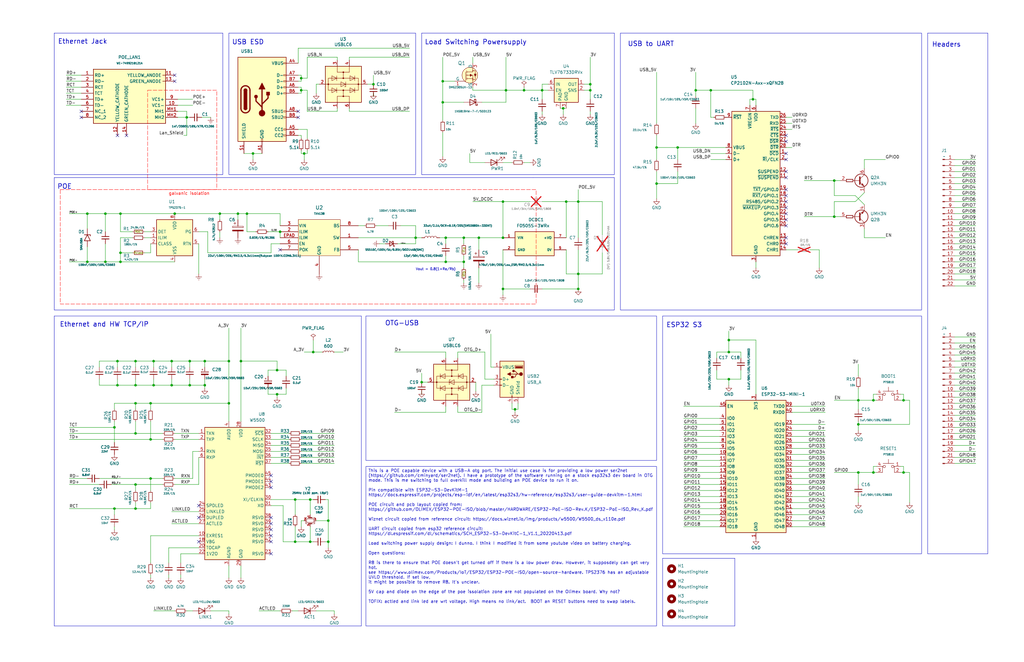
<source format=kicad_sch>
(kicad_sch (version 20231120) (generator "eeschema") (generator_version "8.0")
  (paper "USLedger")
  (junction (at 212.09 85.09))
  (junction (at 44.45 90.17))
  (junction (at 138.43 228.6))
  (junction (at 124.46 228.6))
  (junction (at 64.77 162.56))
  (junction (at 63.5 170.18))
  (junction (at 130.81 228.6))
  (junction (at 96.52 170.18))
  (junction (at 368.3 199.39))
  (junction (at 381 199.39))
  (junction (at 104.14 90.17))
  (junction (at 195.58 100.33))
  (junction (at 50.8 110.49))
  (junction (at 127 33.02))
  (junction (at 116.84 166.37))
  (junction (at 213.36 38.1))
  (junction (at 187.96 110.49))
  (junction (at 307.34 148.59))
  (junction (at 50.8 90.17))
  (junction (at 186.69 43.18))
  (junction (at 217.17 172.72))
  (junction (at 175.26 100.33))
  (junction (at 36.83 90.17))
  (junction (at 351.79 91.44))
  (junction (at 285.75 62.23))
  (junction (at 381 168.91))
  (junction (at 157.48 35.56))
  (junction (at 106.68 64.77))
  (junction (at 276.86 62.23))
  (junction (at 201.93 100.33))
  (junction (at 44.45 110.49))
  (junction (at 92.71 90.17))
  (junction (at 101.6 152.4))
  (junction (at 48.26 214.63))
  (junction (at 238.76 85.09))
  (junction (at 63.5 185.42))
  (junction (at 63.5 201.93))
  (junction (at 177.8 161.29))
  (junction (at 124.46 210.82))
  (junction (at 276.86 77.47))
  (junction (at 361.95 168.91))
  (junction (at 317.5 41.91))
  (junction (at 36.83 110.49))
  (junction (at 48.26 180.34))
  (junction (at 80.01 162.56))
  (junction (at 116.84 156.21))
  (junction (at 100.33 90.17))
  (junction (at 57.15 214.63))
  (junction (at 243.84 85.09))
  (junction (at 132.08 148.59))
  (junction (at 64.77 152.4))
  (junction (at 138.43 219.71))
  (junction (at 243.84 121.92))
  (junction (at 299.72 38.1))
  (junction (at 248.92 38.1))
  (junction (at 307.34 143.51))
  (junction (at 195.58 110.49))
  (junction (at 361.95 199.39))
  (junction (at 228.6 38.1))
  (junction (at 351.79 76.2))
  (junction (at 96.52 152.4))
  (junction (at 307.34 160.02))
  (junction (at 248.92 35.56))
  (junction (at 368.3 168.91))
  (junction (at 73.66 90.17))
  (junction (at 128.27 64.77))
  (junction (at 57.15 170.18))
  (junction (at 212.09 121.92))
  (junction (at 220.98 38.1))
  (junction (at 293.37 38.1))
  (junction (at 57.15 182.88))
  (junction (at 130.81 210.82))
  (junction (at 57.15 162.56))
  (junction (at 80.01 152.4))
  (junction (at 237.49 45.72))
  (junction (at 78.74 49.53))
  (junction (at 187.96 100.33))
  (junction (at 72.39 152.4))
  (junction (at 86.36 162.56))
  (junction (at 49.53 162.56))
  (junction (at 127 38.1))
  (junction (at 118.11 97.79))
  (junction (at 50.8 106.68))
  (junction (at 186.69 34.29))
  (junction (at 49.53 152.4))
  (junction (at 243.84 115.57))
  (junction (at 361.95 179.07))
  (junction (at 72.39 162.56))
  (junction (at 57.15 204.47))
  (junction (at 86.36 152.4))
  (junction (at 212.09 100.33))
  (junction (at 57.15 152.4))
  (no_connect (at 331.47 74.93))
  (no_connect (at 331.47 64.77))
  (no_connect (at 331.47 100.33))
  (no_connect (at 331.47 82.55))
  (no_connect (at 34.29 46.99))
  (no_connect (at 114.3 233.68))
  (no_connect (at 114.3 205.74))
  (no_connect (at 114.3 203.2))
  (no_connect (at 114.3 226.06))
  (no_connect (at 331.47 102.87))
  (no_connect (at 125.73 49.53))
  (no_connect (at 73.66 34.29))
  (no_connect (at 49.53 57.15))
  (no_connect (at 331.47 57.15))
  (no_connect (at 125.73 46.99))
  (no_connect (at 53.34 57.15))
  (no_connect (at 83.82 213.36))
  (no_connect (at 34.29 49.53))
  (no_connect (at 114.3 223.52))
  (no_connect (at 331.47 67.31))
  (no_connect (at 114.3 218.44))
  (no_connect (at 331.47 87.63))
  (no_connect (at 331.47 59.69))
  (no_connect (at 83.82 218.44))
  (no_connect (at 331.47 90.17))
  (no_connect (at 331.47 85.09))
  (no_connect (at 118.11 105.41))
  (no_connect (at 73.66 31.75))
  (no_connect (at 114.3 200.66))
  (no_connect (at 331.47 72.39))
  (no_connect (at 114.3 220.98))
  (no_connect (at 114.3 228.6))
  (no_connect (at 331.47 80.01))
  (no_connect (at 331.47 92.71))
  (no_connect (at 83.82 228.6))
  (no_connect (at 331.47 95.25))
  (wire (pts (xy 199.39 38.1) (xy 213.36 38.1)))
  (wire (pts (xy 116.84 166.37) (xy 120.65 166.37)))
  (wire (pts (xy 185.42 100.33) (xy 187.96 100.33)))
  (wire (pts (xy 85.09 49.53) (xy 88.9 49.53)))
  (wire (pts (xy 307.34 148.59) (xy 302.26 148.59)))
  (wire (pts (xy 369.57 199.39) (xy 368.3 199.39)))
  (wire (pts (xy 285.75 72.39) (xy 285.75 77.47)))
  (wire (pts (xy 60.96 97.79) (xy 63.5 97.79)))
  (wire (pts (xy 288.29 209.55) (xy 303.53 209.55)))
  (wire (pts (xy 383.54 168.91) (xy 381 168.91)))
  (wire (pts (xy 48.26 214.63) (xy 29.21 214.63)))
  (wire (pts (xy 402.59 74.93) (xy 411.48 74.93)))
  (wire (pts (xy 41.91 162.56) (xy 49.53 162.56)))
  (wire (pts (xy 124.46 228.6) (xy 119.38 228.6)))
  (wire (pts (xy 81.28 257.81) (xy 78.74 257.81)))
  (wire (pts (xy 127 39.37) (xy 125.73 39.37)))
  (wire (pts (xy 125.73 257.81) (xy 123.19 257.81)))
  (wire (pts (xy 293.37 38.1) (xy 293.37 40.64)))
  (wire (pts (xy 254 99.06) (xy 254 85.09)))
  (wire (pts (xy 49.53 162.56) (xy 57.15 162.56)))
  (wire (pts (xy 334.01 219.71) (xy 347.98 219.71)))
  (wire (pts (xy 78.74 49.53) (xy 80.01 49.53)))
  (wire (pts (xy 312.42 156.21) (xy 312.42 160.02)))
  (wire (pts (xy 138.43 210.82) (xy 137.16 210.82)))
  (wire (pts (xy 151.13 100.33) (xy 175.26 100.33)))
  (wire (pts (xy 118.11 257.81) (xy 109.22 257.81)))
  (wire (pts (xy 248.92 38.1) (xy 246.38 38.1)))
  (wire (pts (xy 114.3 190.5) (xy 121.92 190.5)))
  (wire (pts (xy 288.29 199.39) (xy 303.53 199.39)))
  (wire (pts (xy 195.58 107.95) (xy 195.58 110.49)))
  (wire (pts (xy 299.72 49.53) (xy 300.99 49.53)))
  (wire (pts (xy 127 38.1) (xy 127 39.37)))
  (wire (pts (xy 101.6 238.76) (xy 101.6 243.84)))
  (wire (pts (xy 127 31.75) (xy 127 33.02)))
  (wire (pts (xy 127 195.58) (xy 140.97 195.58)))
  (wire (pts (xy 218.44 170.18) (xy 218.44 172.72)))
  (wire (pts (xy 129.54 54.61) (xy 129.54 58.42)))
  (wire (pts (xy 331.47 62.23) (xy 334.01 62.23)))
  (wire (pts (xy 402.59 118.11) (xy 411.48 118.11)))
  (wire (pts (xy 50.8 90.17) (xy 73.66 90.17)))
  (wire (pts (xy 204.47 148.59) (xy 204.47 160.02)))
  (wire (pts (xy 80.01 162.56) (xy 86.36 162.56)))
  (wire (pts (xy 195.58 100.33) (xy 195.58 102.87)))
  (wire (pts (xy 130.81 210.82) (xy 130.81 217.17)))
  (wire (pts (xy 402.59 152.4) (xy 411.48 152.4)))
  (wire (pts (xy 113.03 156.21) (xy 116.84 156.21)))
  (wire (pts (xy 402.59 142.24) (xy 411.48 142.24)))
  (wire (pts (xy 212.09 68.58) (xy 215.9 68.58)))
  (wire (pts (xy 63.5 172.72) (xy 63.5 170.18)))
  (wire (pts (xy 92.71 90.17) (xy 100.33 90.17)))
  (wire (pts (xy 50.8 106.68) (xy 55.88 106.68)))
  (wire (pts (xy 124.46 210.82) (xy 124.46 217.17)))
  (wire (pts (xy 86.36 152.4) (xy 86.36 154.94)))
  (wire (pts (xy 213.36 24.13) (xy 213.36 38.1)))
  (wire (pts (xy 27.94 36.83) (xy 34.29 36.83)))
  (wire (pts (xy 195.58 110.49) (xy 195.58 113.03)))
  (wire (pts (xy 78.74 49.53) (xy 78.74 57.15)))
  (wire (pts (xy 288.29 191.77) (xy 303.53 191.77)))
  (wire (pts (xy 83.82 231.14) (xy 71.12 231.14)))
  (wire (pts (xy 124.46 222.25) (xy 124.46 228.6)))
  (wire (pts (xy 402.59 110.49) (xy 411.48 110.49)))
  (wire (pts (xy 142.24 46.99) (xy 142.24 45.72)))
  (wire (pts (xy 402.59 82.55) (xy 411.48 82.55)))
  (wire (pts (xy 238.76 105.41) (xy 238.76 115.57)))
  (wire (pts (xy 228.6 46.99) (xy 228.6 48.26)))
  (wire (pts (xy 220.98 68.58) (xy 223.52 68.58)))
  (wire (pts (xy 57.15 152.4) (xy 57.15 154.94)))
  (wire (pts (xy 402.59 95.25) (xy 411.48 95.25)))
  (wire (pts (xy 402.59 180.34) (xy 411.48 180.34)))
  (wire (pts (xy 154.94 35.56) (xy 157.48 35.56)))
  (wire (pts (xy 201.93 100.33) (xy 201.93 105.41)))
  (wire (pts (xy 334.01 199.39) (xy 347.98 199.39)))
  (wire (pts (xy 127 182.88) (xy 140.97 182.88)))
  (wire (pts (xy 50.8 97.79) (xy 50.8 90.17)))
  (wire (pts (xy 383.54 199.39) (xy 383.54 212.09)))
  (wire (pts (xy 57.15 177.8) (xy 57.15 182.88)))
  (wire (pts (xy 351.79 91.44) (xy 354.33 91.44)))
  (wire (pts (xy 364.49 86.36) (xy 360.68 82.55)))
  (wire (pts (xy 402.59 175.26) (xy 411.48 175.26)))
  (wire (pts (xy 127 33.02) (xy 129.54 33.02)))
  (wire (pts (xy 92.71 97.79) (xy 92.71 100.33)))
  (wire (pts (xy 402.59 190.5) (xy 411.48 190.5)))
  (wire (pts (xy 114.3 102.87) (xy 118.11 102.87)))
  (wire (pts (xy 106.68 67.31) (xy 106.68 64.77)))
  (wire (pts (xy 334.01 194.31) (xy 347.98 194.31)))
  (wire (pts (xy 147.32 24.13) (xy 172.72 24.13)))
  (wire (pts (xy 402.59 87.63) (xy 411.48 87.63)))
  (wire (pts (xy 96.52 257.81) (xy 88.9 257.81)))
  (wire (pts (xy 129.54 46.99) (xy 142.24 46.99)))
  (wire (pts (xy 119.38 213.36) (xy 114.3 213.36)))
  (wire (pts (xy 204.47 68.58) (xy 198.12 68.58)))
  (wire (pts (xy 361.95 168.91) (xy 351.79 168.91)))
  (wire (pts (xy 86.36 163.83) (xy 86.36 162.56)))
  (wire (pts (xy 72.39 162.56) (xy 72.39 160.02)))
  (wire (pts (xy 288.29 196.85) (xy 303.53 196.85)))
  (wire (pts (xy 331.47 52.07) (xy 334.01 52.07)))
  (wire (pts (xy 364.49 100.33) (xy 373.38 100.33)))
  (wire (pts (xy 207.01 140.97) (xy 207.01 154.94)))
  (wire (pts (xy 74.93 44.45) (xy 81.28 44.45)))
  (wire (pts (xy 151.13 110.49) (xy 187.96 110.49)))
  (wire (pts (xy 402.59 113.03) (xy 411.48 113.03)))
  (wire (pts (xy 334.01 222.25) (xy 347.98 222.25)))
  (wire (pts (xy 76.2 242.57) (xy 76.2 243.84)))
  (wire (pts (xy 127 187.96) (xy 140.97 187.96)))
  (wire (pts (xy 113.03 166.37) (xy 116.84 166.37)))
  (wire (pts (xy 133.35 35.56) (xy 133.35 39.37)))
  (wire (pts (xy 29.21 204.47) (xy 41.91 204.47)))
  (wire (pts (xy 127 219.71) (xy 128.27 219.71)))
  (wire (pts (xy 129.54 46.99) (xy 129.54 38.1)))
  (wire (pts (xy 147.32 46.99) (xy 172.72 46.99)))
  (wire (pts (xy 29.21 201.93) (xy 36.83 201.93)))
  (wire (pts (xy 402.59 154.94) (xy 411.48 154.94)))
  (wire (pts (xy 379.73 166.37) (xy 381 166.37)))
  (wire (pts (xy 127 193.04) (xy 140.97 193.04)))
  (wire (pts (xy 288.29 171.45) (xy 303.53 171.45)))
  (wire (pts (xy 331.47 54.61) (xy 334.01 54.61)))
  (wire (pts (xy 73.66 204.47) (xy 83.82 204.47)))
  (wire (pts (xy 157.48 39.37) (xy 157.48 40.64)))
  (wire (pts (xy 72.39 220.98) (xy 83.82 220.98)))
  (wire (pts (xy 199.39 36.83) (xy 199.39 38.1)))
  (wire (pts (xy 92.71 90.17) (xy 92.71 92.71)))
  (wire (pts (xy 331.47 49.53) (xy 334.01 49.53)))
  (wire (pts (xy 57.15 170.18) (xy 57.15 172.72)))
  (wire (pts (xy 187.96 151.13) (xy 187.96 148.59)))
  (wire (pts (xy 402.59 144.78) (xy 411.48 144.78)))
  (wire (pts (xy 288.29 217.17) (xy 303.53 217.17)))
  (wire (pts (xy 29.21 180.34) (xy 48.26 180.34)))
  (wire (pts (xy 57.15 170.18) (xy 48.26 170.18)))
  (wire (pts (xy 334.01 189.23) (xy 347.98 189.23)))
  (wire (pts (xy 215.9 170.18) (xy 215.9 172.72)))
  (wire (pts (xy 71.12 242.57) (xy 71.12 243.84)))
  (wire (pts (xy 72.39 152.4) (xy 72.39 154.94)))
  (wire (pts (xy 57.15 182.88) (xy 68.58 182.88)))
  (wire (pts (xy 199.39 85.09) (xy 212.09 85.09)))
  (wire (pts (xy 27.94 44.45) (xy 34.29 44.45)))
  (wire (pts (xy 130.81 210.82) (xy 132.08 210.82)))
  (wire (pts (xy 288.29 214.63) (xy 303.53 214.63)))
  (wire (pts (xy 351.79 76.2) (xy 354.33 76.2)))
  (wire (pts (xy 120.65 156.21) (xy 120.65 158.75)))
  (wire (pts (xy 63.5 242.57) (xy 63.5 243.84)))
  (wire (pts (xy 203.2 162.56) (xy 203.2 173.99)))
  (wire (pts (xy 80.01 152.4) (xy 80.01 154.94)))
  (wire (pts (xy 213.36 38.1) (xy 213.36 43.18)))
  (wire (pts (xy 402.59 69.85) (xy 411.48 69.85)))
  (wire (pts (xy 288.29 219.71) (xy 303.53 219.71)))
  (wire (pts (xy 345.44 113.03) (xy 345.44 105.41)))
  (wire (pts (xy 364.49 96.52) (xy 364.49 100.33)))
  (wire (pts (xy 127 36.83) (xy 127 38.1)))
  (wire (pts (xy 187.96 107.95) (xy 187.96 110.49)))
  (wire (pts (xy 368.3 199.39) (xy 361.95 199.39)))
  (wire (pts (xy 63.5 102.87) (xy 63.5 106.68)))
  (wire (pts (xy 74.93 49.53) (xy 78.74 49.53)))
  (wire (pts (xy 114.3 185.42) (xy 121.92 185.42)))
  (wire (pts (xy 276.86 62.23) (xy 285.75 62.23)))
  (wire (pts (xy 302.26 156.21) (xy 302.26 160.02)))
  (wire (pts (xy 187.96 110.49) (xy 195.58 110.49)))
  (wire (pts (xy 125.73 54.61) (xy 129.54 54.61)))
  (wire (pts (xy 57.15 212.09) (xy 57.15 214.63)))
  (wire (pts (xy 132.08 143.51) (xy 132.08 148.59)))
  (wire (pts (xy 36.83 110.49) (xy 44.45 110.49)))
  (wire (pts (xy 334.01 186.69) (xy 347.98 186.69)))
  (wire (pts (xy 101.6 152.4) (xy 116.84 152.4)))
  (wire (pts (xy 200.66 161.29) (xy 200.66 165.1)))
  (wire (pts (xy 381 196.85) (xy 381 199.39)))
  (wire (pts (xy 334.01 191.77) (xy 347.98 191.77)))
  (wire (pts (xy 288.29 207.01) (xy 303.53 207.01)))
  (wire (pts (xy 27.94 39.37) (xy 34.29 39.37)))
  (wire (pts (xy 27.94 34.29) (xy 34.29 34.29)))
  (wire (pts (xy 402.59 149.86) (xy 411.48 149.86)))
  (wire (pts (xy 138.43 228.6) (xy 138.43 231.14)))
  (wire (pts (xy 130.81 210.82) (xy 124.46 210.82)))
  (wire (pts (xy 63.5 185.42) (xy 68.58 185.42)))
  (wire (pts (xy 307.34 160.02) (xy 307.34 162.56)))
  (wire (pts (xy 127 33.02) (xy 127 34.29)))
  (wire (pts (xy 228.6 38.1) (xy 231.14 38.1)))
  (wire (pts (xy 293.37 30.48) (xy 293.37 38.1)))
  (wire (pts (xy 212.09 121.92) (xy 212.09 124.46)))
  (wire (pts (xy 116.84 152.4) (xy 116.84 156.21)))
  (wire (pts (xy 402.59 157.48) (xy 411.48 157.48)))
  (wire (pts (xy 116.84 166.37) (xy 116.84 167.64)))
  (wire (pts (xy 29.21 110.49) (xy 36.83 110.49)))
  (wire (pts (xy 72.39 152.4) (xy 80.01 152.4)))
  (wire (pts (xy 74.93 41.91) (xy 81.28 41.91)))
  (wire (pts (xy 113.03 156.21) (xy 113.03 158.75)))
  (wire (pts (xy 299.72 67.31) (xy 306.07 67.31)))
  (wire (pts (xy 73.66 201.93) (xy 81.28 201.93)))
  (wire (pts (xy 36.83 90.17) (xy 44.45 90.17)))
  (wire (pts (xy 361.95 153.67) (xy 361.95 158.75)))
  (wire (pts (xy 402.59 100.33) (xy 411.48 100.33)))
  (wire (pts (xy 361.95 209.55) (xy 361.95 212.09)))
  (wire (pts (xy 402.59 193.04) (xy 411.48 193.04)))
  (wire (pts (xy 29.21 90.17) (xy 36.83 90.17)))
  (wire (pts (xy 402.59 170.18) (xy 411.48 170.18)))
  (wire (pts (xy 142.24 25.4) (xy 142.24 24.13)))
  (wire (pts (xy 63.5 201.93) (xy 68.58 201.93)))
  (wire (pts (xy 77.47 57.15) (xy 78.74 57.15)))
  (wire (pts (xy 57.15 214.63) (xy 63.5 214.63)))
  (wire (pts (xy 204.47 160.02) (xy 208.28 160.02)))
  (wire (pts (xy 57.15 204.47) (xy 68.58 204.47)))
  (wire (pts (xy 127 185.42) (xy 140.97 185.42)))
  (wire (pts (xy 302.26 160.02) (xy 307.34 160.02)))
  (wire (pts (xy 302.26 148.59) (xy 302.26 151.13)))
  (wire (pts (xy 151.13 95.25) (xy 153.67 95.25)))
  (wire (pts (xy 60.96 106.68) (xy 63.5 106.68)))
  (wire (pts (xy 132.08 148.59) (xy 135.89 148.59)))
  (wire (pts (xy 201.93 113.03) (xy 201.93 119.38)))
  (wire (pts (xy 41.91 152.4) (xy 49.53 152.4)))
  (wire (pts (xy 334.01 217.17) (xy 347.98 217.17)))
  (wire (pts (xy 168.91 95.25) (xy 175.26 95.25)))
  (wire (pts (xy 402.59 167.64) (xy 411.48 167.64)))
  (wire (pts (xy 288.29 186.69) (xy 303.53 186.69)))
  (wire (pts (xy 63.5 226.06) (xy 63.5 237.49)))
  (wire (pts (xy 402.59 115.57) (xy 411.48 115.57)))
  (wire (pts (xy 29.21 185.42) (xy 63.5 185.42)))
  (wire (pts (xy 381 199.39) (xy 379.73 199.39)))
  (wire (pts (xy 49.53 152.4) (xy 49.53 154.94)))
  (wire (pts (xy 254 106.68) (xy 254 115.57)))
  (wire (pts (xy 72.39 215.9) (xy 83.82 215.9)))
  (wire (pts (xy 402.59 105.41) (xy 411.48 105.41)))
  (wire (pts (xy 288.29 181.61) (xy 303.53 181.61)))
  (wire (pts (xy 127 190.5) (xy 140.97 190.5)))
  (wire (pts (xy 368.3 199.39) (xy 368.3 196.85)))
  (wire (pts (xy 351.79 82.55) (xy 360.68 82.55)))
  (wire (pts (xy 29.21 182.88) (xy 57.15 182.88)))
  (wire (pts (xy 175.26 100.33) (xy 177.8 100.33)))
  (wire (pts (xy 78.74 46.99) (xy 78.74 49.53)))
  (wire (pts (xy 87.63 106.68) (xy 114.3 106.68)))
  (wire (pts (xy 138.43 228.6) (xy 138.43 219.71)))
  (wire (pts (xy 83.82 204.47) (xy 83.82 193.04)))
  (wire (pts (xy 128.27 64.77) (xy 128.27 67.31)))
  (wire (pts (xy 104.14 97.79) (xy 107.95 97.79)))
  (wire (pts (xy 228.6 35.56) (xy 231.14 35.56)))
  (wire (pts (xy 276.86 77.47) (xy 276.86 83.82)))
  (wire (pts (xy 71.12 231.14) (xy 71.12 237.49)))
  (wire (pts (xy 74.93 46.99) (xy 78.74 46.99)))
  (wire (pts (xy 288.29 179.07) (xy 303.53 179.07)))
  (wire (pts (xy 220.98 36.83) (xy 220.98 38.1)))
  (wire (pts (xy 48.26 214.63) (xy 57.15 214.63)))
  (wire (pts (xy 276.86 62.23) (xy 276.86 67.31)))
  (wire (pts (xy 368.3 166.37) (xy 368.3 168.91)))
  (wire (pts (xy 307.34 143.51) (xy 307.34 148.59)))
  (wire (pts (xy 151.13 105.41) (xy 151.13 110.49)))
  (wire (pts (xy 334.01 184.15) (xy 347.98 184.15)))
  (wire (pts (xy 361.95 199.39) (xy 351.79 199.39)))
  (wire (pts (xy 76.2 237.49) (xy 76.2 233.68)))
  (wire (pts (xy 293.37 38.1) (xy 299.72 38.1)))
  (wire (pts (xy 228.6 35.56) (xy 228.6 38.1)))
  (wire (pts (xy 104.14 97.79) (xy 104.14 90.17)))
  (wire (pts (xy 96.52 259.08) (xy 96.52 257.81)))
  (wire (pts (xy 402.59 120.65) (xy 411.48 120.65)))
  (wire (pts (xy 177.8 165.1) (xy 177.8 166.37)))
  (wire (pts (xy 186.69 34.29) (xy 191.77 34.29)))
  (wire (pts (xy 369.57 168.91) (xy 368.3 168.91)))
  (wire (pts (xy 237.49 45.72) (xy 238.76 45.72)))
  (wire (pts (xy 177.8 157.48) (xy 177.8 161.29)))
  (wire (pts (xy 137.16 228.6) (xy 138.43 228.6)))
  (wire (pts (xy 86.36 152.4) (xy 96.52 152.4)))
  (wire (pts (xy 167.64 102.87) (xy 175.26 102.87)))
  (wire (pts (xy 248.92 35.56) (xy 246.38 35.56)))
  (wire (pts (xy 334.01 209.55) (xy 347.98 209.55)))
  (wire (pts (xy 138.43 210.82) (xy 138.43 219.71)))
  (wire (pts (xy 63.5 177.8) (xy 63.5 185.42)))
  (wire (pts (xy 199.39 24.13) (xy 199.39 26.67)))
  (wire (pts (xy 73.66 257.81) (xy 64.77 257.81)))
  (wire (pts (xy 276.86 57.15) (xy 276.86 62.23)))
  (wire (pts (xy 402.59 182.88) (xy 411.48 182.88)))
  (wire (pts (xy 50.8 97.79) (xy 55.88 97.79)))
  (wire (pts (xy 57.15 162.56) (xy 57.15 160.02)))
  (wire (pts (xy 120.65 166.37) (xy 120.65 163.83)))
  (wire (pts (xy 334.01 214.63) (xy 347.98 214.63)))
  (wire (pts (xy 237.49 45.72) (xy 237.49 48.26)))
  (wire (pts (xy 369.57 166.37) (xy 368.3 166.37)))
  (wire (pts (xy 334.01 207.01) (xy 347.98 207.01)))
  (wire (pts (xy 208.28 162.56) (xy 203.2 162.56)))
  (wire (pts (xy 243.84 80.01) (xy 243.84 85.09)))
  (wire (pts (xy 285.75 62.23) (xy 306.07 62.23)))
  (wire (pts (xy 212.09 85.09) (xy 212.09 100.33)))
  (wire (pts (xy 381 166.37) (xy 381 168.91)))
  (wire (pts (xy 63.5 226.06) (xy 83.82 226.06)))
  (wire (pts (xy 248.92 35.56) (xy 248.92 38.1)))
  (wire (pts (xy 96.52 138.43) (xy 96.52 152.4)))
  (wire (pts (xy 127 64.77) (xy 128.27 64.77)))
  (wire (pts (xy 307.34 143.51) (xy 318.77 143.51)))
  (wire (pts (xy 198.12 68.58) (xy 198.12 64.77)))
  (wire (pts (xy 96.52 170.18) (xy 96.52 177.8)))
  (wire (pts (xy 140.97 257.81) (xy 140.97 259.08)))
  (wire (pts (xy 288.29 212.09) (xy 303.53 212.09)))
  (wire (pts (xy 127 63.5) (xy 127 64.77)))
  (wire (pts (xy 48.26 170.18) (xy 48.26 172.72)))
  (wire (pts (xy 193.04 148.59) (xy 204.47 148.59)))
  (wire (pts (xy 215.9 172.72) (xy 217.17 172.72)))
  (wire (pts (xy 402.59 90.17) (xy 411.48 90.17)))
  (wire (pts (xy 236.22 45.72) (xy 237.49 45.72)))
  (wire (pts (xy 402.59 72.39) (xy 411.48 72.39)))
  (wire (pts (xy 129.54 63.5) (xy 129.54 64.77)))
  (wire (pts (xy 217.17 172.72) (xy 217.17 173.99)))
  (wire (pts (xy 187.96 171.45) (xy 187.96 173.99)))
  (wire (pts (xy 193.04 148.59) (xy 193.04 151.13)))
  (wire (pts (xy 125.73 26.67) (xy 125.73 20.32)))
  (wire (pts (xy 361.95 163.83) (xy 361.95 168.91)))
  (wire (pts (xy 228.6 121.92) (xy 243.84 121.92)))
  (wire (pts (xy 334.01 204.47) (xy 347.98 204.47)))
  (wire (pts (xy 288.29 204.47) (xy 303.53 204.47)))
  (wire (pts (xy 63.5 170.18) (xy 96.52 170.18)))
  (wire (pts (xy 127 57.15) (xy 127 58.42)))
  (wire (pts (xy 402.59 92.71) (xy 411.48 92.71)))
  (wire (pts (xy 243.84 115.57) (xy 254 115.57)))
  (wire (pts (xy 381 199.39) (xy 383.54 199.39)))
  (wire (pts (xy 128.27 64.77) (xy 129.54 64.77)))
  (wire (pts (xy 44.45 110.49) (xy 50.8 110.49)))
  (wire (pts (xy 175.26 102.87) (xy 175.26 100.33)))
  (wire (pts (xy 402.59 172.72) (xy 411.48 172.72)))
  (wire (pts (xy 243.84 85.09) (xy 254 85.09)))
  (wire (pts (xy 334.01 171.45) (xy 347.98 171.45)))
  (wire (pts (xy 166.37 148.59) (xy 187.96 148.59)))
  (wire (pts (xy 276.86 72.39) (xy 276.86 77.47)))
  (wire (pts (xy 299.72 64.77) (xy 306.07 64.77)))
  (wire (pts (xy 104.14 90.17) (xy 118.11 90.17)))
  (wire (pts (xy 402.59 102.87) (xy 411.48 102.87)))
  (wire (pts (xy 339.09 76.2) (xy 351.79 76.2)))
  (wire (pts (xy 157.48 31.75) (xy 157.48 35.56)))
  (wire (pts (xy 114.3 182.88) (xy 121.92 182.88)))
  (wire (pts (xy 228.6 38.1) (xy 228.6 41.91)))
  (wire (pts (xy 351.79 85.09) (xy 360.68 85.09)))
  (wire (pts (xy 114.3 210.82) (xy 124.46 210.82)))
  (wire (pts (xy 186.69 43.18) (xy 195.58 43.18)))
  (wire (pts (xy 57.15 162.56) (xy 64.77 162.56)))
  (wire (pts (xy 86.36 162.56) (xy 86.36 160.02)))
  (wire (pts (xy 49.53 152.4) (xy 57.15 152.4)))
  (wire (pts (xy 27.94 31.75) (xy 34.29 31.75)))
  (wire (pts (xy 118.11 90.17) (xy 118.11 95.25)))
  (wire (pts (xy 334.01 181.61) (xy 347.98 181.61)))
  (wire (pts (xy 41.91 162.56) (xy 41.91 160.02)))
  (wire (pts (xy 379.73 196.85) (xy 381 196.85)))
  (wire (pts (xy 361.95 179.07) (xy 361.95 181.61)))
  (wire (pts (xy 351.79 85.09) (xy 351.79 91.44)))
  (wire (pts (xy 106.68 64.77) (xy 110.49 64.77)))
  (wire (pts (xy 125.73 57.15) (xy 127 57.15)))
  (wire (pts (xy 81.28 190.5) (xy 83.82 190.5)))
  (wire (pts (xy 307.34 160.02) (xy 312.42 160.02)))
  (wire (pts (xy 334.01 196.85) (xy 347.98 196.85)))
  (wire (pts (xy 248.92 38.1) (xy 248.92 41.91)))
  (wire (pts (xy 203.2 43.18) (xy 213.36 43.18)))
  (wire (pts (xy 312.42 148.59) (xy 307.34 148.59)))
  (wire (pts (xy 147.32 25.4) (xy 147.32 24.13)))
  (wire (pts (xy 44.45 90.17) (xy 50.8 90.17)))
  (wire (pts (xy 361.95 168.91) (xy 361.95 172.72)))
  (wire (pts (xy 63.5 201.93) (xy 63.5 207.01)))
  (wire (pts (xy 186.69 43.18) (xy 186.69 50.8)))
  (wire (pts (xy 57.15 170.18) (xy 63.5 170.18)))
  (wire (pts (xy 130.81 228.6) (xy 132.08 228.6)))
  (wire (pts (xy 147.32 45.72) (xy 147.32 46.99)))
  (wire (pts (xy 76.2 233.68) (xy 83.82 233.68)))
  (wire (pts (xy 212.09 85.09) (xy 223.52 85.09)))
  (wire (pts (xy 364.49 67.31) (xy 373.38 67.31)))
  (wire (pts (xy 243.84 115.57) (xy 243.84 121.92)))
  (wire (pts (xy 383.54 168.91) (xy 383.54 179.07)))
  (wire (pts (xy 334.01 173.99) (xy 347.98 173.99)))
  (wire (pts (xy 341.63 105.41) (xy 345.44 105.41)))
  (wire (pts (xy 339.09 91.44) (xy 351.79 91.44)))
  (wire (pts (xy 402.59 185.42) (xy 411.48 185.42)))
  (wire (pts (xy 36.83 104.14) (xy 36.83 110.49)))
  (wire (pts (xy 83.82 97.79) (xy 87.63 97.79)))
  (wire (pts (xy 402.59 80.01) (xy 411.48 80.01)))
  (wire (pts (xy 288.29 176.53) (xy 303.53 176.53)))
  (wire (pts (xy 64.77 162.56) (xy 72.39 162.56)))
  (wire (pts (xy 316.23 41.91) (xy 317.5 41.91)))
  (wire (pts (xy 127 38.1) (xy 129.54 38.1)))
  (wire (pts (xy 175.26 95.25) (xy 175.26 100.33)))
  (wire (pts (xy 44.45 102.87) (xy 44.45 110.49)))
  (wire (pts (xy 288.29 184.15) (xy 303.53 184.15)))
  (wire (pts (xy 299.72 49.53) (xy 299.72 38.1)))
  (wire (pts (xy 57.15 204.47) (xy 57.15 207.01)))
  (wire (pts (xy 101.6 138.43) (xy 101.6 152.4)))
  (wire (pts (xy 293.37 45.72) (xy 293.37 52.07)))
  (wire (pts (xy 96.52 152.4) (xy 96.52 170.18)))
  (wire (pts (xy 50.8 100.33) (xy 50.8 106.68)))
  (wire (pts (xy 129.54 24.13) (xy 129.54 33.02)))
  (wire (pts (xy 116.84 156.21) (xy 120.65 156.21)))
  (wire (pts (xy 402.59 187.96) (xy 411.48 187.96)))
  (wire (pts (xy 142.24 24.13) (xy 129.54 24.13)))
  (wire (pts (xy 288.29 189.23) (xy 303.53 189.23)))
  (wire (pts (xy 140.97 148.59) (xy 144.78 148.59)))
  (wire (pts (xy 317.5 41.91) (xy 318.77 41.91)))
  (wire (pts (xy 334.01 212.09) (xy 347.98 212.09)))
  (wire (pts (xy 299.72 38.1) (xy 317.5 38.1)))
  (wire (pts (xy 402.59 147.32) (xy 411.48 147.32)))
  (wire (pts (xy 133.35 35.56) (xy 134.62 35.56)))
  (wire (pts (xy 238.76 85.09) (xy 243.84 85.09)))
  (wire (pts (xy 96.52 238.76) (xy 96.52 243.84)))
  (wire (pts (xy 186.69 34.29) (xy 186.69 43.18)))
  (wire (pts (xy 288.29 194.31) (xy 303.53 194.31)))
  (wire (pts (xy 27.94 41.91) (xy 34.29 41.91)))
  (wire (pts (xy 195.58 100.33) (xy 201.93 100.33)))
  (wire (pts (xy 402.59 162.56) (xy 411.48 162.56)))
  (wire (pts (xy 402.59 195.58) (xy 411.48 195.58)))
  (wire (pts (xy 73.66 90.17) (xy 92.71 90.17)))
  (wire (pts (xy 50.8 106.68) (xy 50.8 110.49)))
  (wire (pts (xy 212.09 105.41) (xy 212.09 121.92)))
  (wire (pts (xy 125.73 31.75) (xy 127 31.75)))
  (wire (pts (xy 118.11 97.79) (xy 118.11 100.33)))
  (wire (pts (xy 312.42 151.13) (xy 312.42 148.59)))
  (wire (pts (xy 331.47 105.41) (xy 336.55 105.41)))
  (wire (pts (xy 50.8 100.33) (xy 55.88 100.33)))
  (wire (pts (xy 402.59 97.79) (xy 411.48 97.79)))
  (wire (pts (xy 318.77 41.91) (xy 318.77 44.45)))
  (wire (pts (xy 276.86 30.48) (xy 276.86 52.07)))
  (wire (pts (xy 80.01 162.56) (xy 80.01 160.02)))
  (wire (pts (xy 83.82 102.87) (xy 83.82 115.57)))
  (wire (pts (xy 166.37 173.99) (xy 187.96 173.99)))
  (wire (pts (xy 114.3 187.96) (xy 121.92 187.96)))
  (wire (pts (xy 113.03 166.37) (xy 113.03 163.83)))
  (wire (pts (xy 102.87 64.77) (xy 106.68 64.77)))
  (wire (pts (xy 369.57 196.85) (xy 368.3 196.85)))
  (wire (pts (xy 351.79 76.2) (xy 351.79 82.55)))
  (wire (pts (xy 368.3 168.91) (xy 361.95 168.91)))
  (wire (pts (xy 243.84 85.09) (xy 243.84 100.33)))
  (wire (pts (xy 364.49 71.12) (xy 364.49 67.31)))
  (wire (pts (xy 203.2 173.99) (xy 193.04 173.99)))
  (wire (pts (xy 80.01 152.4) (xy 86.36 152.4)))
  (wire (pts (xy 46.99 204.47) (xy 57.15 204.47)))
  (wire (pts (xy 243.84 105.41) (xy 243.84 115.57)))
  (wire (pts (xy 238.76 115.57) (xy 243.84 115.57)))
  (wire (pts (xy 114.3 193.04) (xy 121.92 193.04)))
  (wire (pts (xy 36.83 90.17) (xy 36.83 96.52)))
  (wire (pts (xy 212.09 121.92) (xy 223.52 121.92)))
  (wire (pts (xy 201.93 100.33) (xy 212.09 100.33)))
  (wire (pts (xy 125.73 20.32) (xy 172.72 20.32)))
  (wire (pts (xy 73.66 182.88) (xy 83.82 182.88)))
  (wire (pts (xy 48.26 222.25) (xy 48.26 223.52)))
  (wire (pts (xy 318.77 143.51) (xy 318.77 166.37)))
  (wire (pts (xy 128.27 148.59) (xy 132.08 148.59)))
  (wire (pts (xy 186.69 24.13) (xy 186.69 34.29)))
  (wire (pts (xy 316.23 44.45) (xy 316.23 41.91)))
  (wire (pts (xy 50.8 110.49) (xy 73.66 110.49)))
  (wire (pts (xy 207.01 154.94) (xy 208.28 154.94)))
  (wire (pts (xy 44.45 90.17) (xy 44.45 97.79)))
  (wire (pts (xy 307.34 139.7) (xy 307.34 143.51)))
  (wire (pts (xy 402.59 77.47) (xy 411.48 77.47)))
  (wire (pts (xy 64.77 152.4) (xy 64.77 154.94)))
  (wire (pts (xy 124.46 228.6) (xy 130.81 228.6)))
  (wire (pts (xy 41.91 201.93) (xy 63.5 201.93)))
  (wire (pts (xy 402.59 85.09) (xy 411.48 85.09)))
  (wire (pts (xy 186.69 55.88) (xy 186.69 66.04)))
  (wire (pts (xy 361.95 177.8) (xy 361.95 179.07)))
  (wire (pts (xy 193.04 173.99) (xy 193.04 171.45)))
  (wire (pts (xy 228.6 85.09) (xy 238.76 85.09)))
  (wire (pts (xy 87.63 97.79) (xy 87.63 106.68)))
  (wire (pts (xy 72.39 162.56) (xy 80.01 162.56)))
  (wire (pts (xy 125.73 36.83) (xy 127 36.83)))
  (polyline (pts (xy 224.79 74.93) (xy 224.79 74.93)))
  (wire (pts (xy 48.26 217.17) (xy 48.26 214.63)))
  (wire (pts (xy 60.96 100.33) (xy 63.5 100.33)))
  (wire (pts (xy 187.96 100.33) (xy 187.96 102.87)))
  (wire (pts (xy 213.36 38.1) (xy 220.98 38.1)))
  (wire (pts (xy 57.15 152.4) (xy 64.77 152.4)))
  (wire (pts (xy 285.75 62.23) (xy 285.75 67.31)))
  (wire (pts (xy 195.58 118.11) (xy 195.58 119.38)))
  (wire (pts (xy 114.3 102.87) (xy 114.3 106.68)))
  (wire (pts (xy 101.6 152.4) (xy 101.6 177.8)))
  (wire (pts (xy 402.59 67.31) (xy 411.48 67.31)))
  (wire (pts (xy 361.95 199.39) (xy 361.95 204.47)))
  (wire (pts (xy 114.3 195.58) (xy 121.92 195.58)))
  (wire (pts (xy 334.01 201.93) (xy 347.98 201.93)))
  (wire (pts (xy 402.59 177.8) (xy 411.48 177.8)))
  (wire (pts (xy 49.53 162.56) (xy 49.53 160.02)))
  (wire (pts (xy 127 34.29) (xy 125.73 34.29)))
  (wire (pts (xy 63.5 212.09) (xy 63.5 214.63)))
  (wire (pts (xy 113.03 97.79) (xy 118.11 97.79)))
  (wire (pts (xy 402.59 165.1) (xy 411.48 165.1)))
  (wire (pts (xy 130.81 222.25) (xy 130.81 228.6)))
  (wire (pts (xy 383.54 179.07) (xy 361.95 179.07)))
  (wire (pts (xy 127 219.71) (xy 127 222.25)))
  (wire (pts (xy 318.77 110.49) (xy 318.77 113.03)))
  (wire (pts (xy 48.26 180.34) (xy 48.26 186.69)))
  (wire (pts (xy 402.59 107.95) (xy 411.48 107.95)))
  (wire (pts (xy 220.98 38.1) (xy 228.6 38.1)))
  (wire (pts (xy 119.38 228.6) (xy 119.38 213.36)))
  (wire (pts (xy 100.33 90.17) (xy 104.14 90.17)))
  (wire (pts (xy 217.17 172.72) (xy 218.44 172.72)))
  (wire (pts (xy 402.59 160.02) (xy 411.48 160.02)))
  (wire (pts (xy 276.86 77.47) (xy 285.75 77.47)))
  (wire (pts (xy 64.77 152.4) (xy 72.39 152.4)))
  (wire (pts (xy 334.01 179.07) (xy 347.98 179.07)))
  (wire (pts (xy 288.29 201.93) (xy 303.53 201.93)))
  (wire (pts (xy 187.96 100.33) (xy 195.58 100.33)))
  (wire (pts (xy 100.33 90.17) (xy 100.33 92.71)))
  (wire (pts (xy 64.77 162.56) (xy 64.77 160.02)))
  (wire (pts (xy 41.91 154.94) (xy 41.91 152.4)))
  (wire (pts (xy 133.35 257.81) (xy 140.97 257.81)))
  (wire (pts (xy 381 168.91) (xy 379.73 168.91)))
  (wire (pts (xy 364.49 81.28) (xy 360.68 85.09)))
  (wire (pts (xy 248.92 46.99) (xy 248.92 48.26)))
  (wire (pts (xy 180.34 161.29) (xy 177.8 161.29)))
  (wire (pts (xy 133.35 219.71) (xy 138.43 219.71)))
  (wire (pts (xy 158.75 95.25) (xy 163.83 95.25)))
  (wire (pts (xy 288.29 222.25) (xy 303.53 222.25)))
  (wire (pts (xy 160.02 102.87) (xy 162.56 102.87)))
  (wire (pts (xy 248.92 24.13) (xy 248.92 35.56)))
  (wire (pts (xy 238.76 85.09) (xy 238.76 100.33)))
  (wire (pts (xy 73.66 185.42) (xy 83.82 185.42)))
  (wire (pts (xy 48.26 177.8) (xy 48.26 180.34)))
  (wire (pts (xy 317.5 38.1) (xy 317.5 41.91)))
  (wire (pts (xy 81.28 201.93) (xy 81.28 190.5)))
  (rectangle (start 22.86 74.93) (end 259.08 130.81))
  (rectangle (start 96.52 13.97) (end 175.26 73.66))
  (rectangle (start 261.62 13.97) (end 388.62 130.81))
  (rectangle (start 62.23 38.1) (end 91.44 80.01) (stroke (width 0) (type dash) (color 255 0 0 1)))
  (rectangle (start 154.305 133.35) (end 276.86 194.31))
  (rectangle (start 279.4 133.35) (end 388.62 233.68))
  (rectangle (start 25.4 80.01) (end 226.06 128.27) (stroke (width 0) (type dash) (color 255 0 0 1)))
  (rectangle (start 391.16 13.97) (end 416.56 233.68))
  (rectangle (start 279.4 235.585) (end 309.88 264.16))
  (rectangle (start 177.8 13.97) (end 259.08 73.66))
  (rectangle (start 22.86 13.97) (end 93.98 73.66))
  (rectangle (start 22.86 133.35) (end 152.4 264.16))
  (text_box "This is a POE capable device with a USB-A otg port. The initial use case is for providing a low power ser2net (https://github.com/cminyard/ser2net). I have a prototype of the software running on a stock esp32s3 dev board in OTG mode. This is me switching to full overkill mode and building an POE device to run it on.\n\nPin compatible with ESP32-S3-DevKitM-1\nhttps://docs.espressif.com/projects/esp-idf/en/latest/esp32s3/hw-reference/esp32s3/user-guide-devkitm-1.html\n\nPOE circuit and pcb layout copied from: https://github.com/OLIMEX/ESP32-POE-ISO/blob/master/HARDWARE/ESP32-PoE-ISO-Rev.K/ESP32-PoE-ISO_Rev_K.pdf\n\nWiznet circuit copied from reference circuit: https://docs.wiznet.io/img/products/w5500/W5500_ds_v110e.pdf\n\nUART circuit copied from esp32 reference circuit: https://dl.espressif.com/dl/schematics/SCH_ESP32-S3-DevKitC-1_V1.1_20220413.pdf\n\nLoad switching power supply design: I dunno. I think I modified it from some youtube video on battery charging.\n\nOpen questions:\n\nR8 is there to ensure that POE doesn't get turned off if there is a low power draw. However, it supposdely can get very hot. \nsee https://www.olimex.com/Products/IoT/ESP32/ESP32-POE-ISO/open-source-hardware. TPS2376 has an adjustable UVLO threshold. If set low,\nit might be possible to remove R8. It's unclear.\n\n5V cap and diode on the edge of the poe issolation zone are not populated on the Olimex board. Why not?\n\nTOFIX: actled and link led are wrt voltage. High means no link/act.  BOOT an RESET buttons need to swap labels." (at 154.305 196.85 0) (size 122.555 67.31) (effects (font (size 1.27 1.27)) (justify left top)))
  (text "Load Switching Powersupply" (at 179.07 19.05 0) (effects (font (size 2 2) (thickness 0.254) (bold yes)) (justify left bottom)))
  (text "Vout = 0.8(1+Ra/Rb)" (at 175.26 114.3 0) (effects (font (size 1 1)) (justify left bottom)))
  (text "galvanic isolation" (at 71.12 82.55 0) (effects (font (size 1.27 1.27)) (justify left bottom)))
  (text "USB to UART" (at 264.668 19.812 0) (effects (font (size 2 2) (thickness 0.254) (bold yes)) (justify left bottom)))
  (text "OTG-USB" (at 162.306 137.668 0) (effects (font (size 2 2) (thickness 0.254) (bold yes)) (justify left bottom)))
  (text "POE" (at 24.13 80.01 0) (effects (font (size 2 2) (thickness 0.254) (bold yes)) (justify left bottom)))
  (text "Ethernet and HW TCP/IP" (at 25.146 138.176 0) (effects (font (size 2 2) (thickness 0.254) (bold yes)) (justify left bottom)))
  (text "ESP32 S3" (at 280.924 138.43 0) (effects (font (size 2 2) (thickness 0.254) (bold yes)) (justify left bottom)))
  (text "USB ESD" (at 97.79 19.05 0) (effects (font (size 2 2) (thickness 0.254) (bold yes)) (justify left bottom)))
  (text "Ethernet Jack" (at 24.384 18.796 0) (effects (font (size 2 2) (thickness 0.254) (bold yes)) (justify left bottom)))
  (text "Headers" (at 392.938 20.066 0) (effects (font (size 2 2) (thickness 0.254) (bold yes)) (justify left bottom)))
  (label "ILIM" (at 114.3 97.79 0) (effects (font (size 0.8 0.8))))
  (label "D-" (at 411.48 190.5 180))
  (label "GPIO21" (at 411.48 185.42 180))
  (label "Lan_Shield" (at 77.47 57.15 180))
  (label "RD-" (at 27.94 34.29 0))
  (label "LINKLED" (at 64.77 257.81 0))
  (label "GPIO0" (at 373.38 67.31 0))
  (label "GPIO0" (at 351.79 199.39 0))
  (label "USB_P" (at 129.54 46.99 0))
  (label "D+" (at 411.48 187.96 180))
  (label "EN" (at 373.38 100.33 0))
  (label "A_3V" (at 128.27 148.59 180))
  (label "USB_5V" (at 172.72 20.32 180))
  (label "GPIO42" (at 411.48 157.48 180))
  (label "GPIO9" (at 288.29 199.39 0))
  (label "GPIO38" (at 411.48 167.64 180))
  (label "RD+" (at 27.94 31.75 0))
  (label "RXN" (at 76.2 201.93 0))
  (label "USB_5V" (at 199.39 24.13 0))
  (label "GND" (at 411.48 142.24 180))
  (label "GPIO12" (at 140.97 190.5 180))
  (label "GPIO46" (at 347.98 217.17 180))
  (label "GPIO1" (at 411.48 72.39 180))
  (label "GPIO40" (at 411.48 162.56 180))
  (label "GPIO41" (at 347.98 209.55 180))
  (label "GPIO12" (at 288.29 207.01 0))
  (label "LINKLED" (at 72.39 215.9 0))
  (label "GPIO36" (at 411.48 172.72 180))
  (label "U0TXD" (at 411.48 154.94 180))
  (label "GPIO13" (at 140.97 193.04 180))
  (label "GPIO11" (at 411.48 97.79 180))
  (label "GPIO40" (at 347.98 207.01 180))
  (label "3V" (at 307.34 139.7 0))
  (label "GPIO13" (at 288.29 209.55 0))
  (label "ACTLED" (at 109.22 257.81 0))
  (label "TD+" (at 29.21 185.42 0))
  (label "TD-" (at 27.94 44.45 0))
  (label "GPIO4" (at 288.29 186.69 0))
  (label "GPIO6" (at 288.29 191.77 0))
  (label "TCT" (at 27.94 39.37 0))
  (label "GPIO0" (at 288.29 176.53 0))
  (label "GPIO9" (at 411.48 92.71 180))
  (label "D+" (at 166.37 148.59 0))
  (label "GPIO7" (at 288.29 194.31 0))
  (label "GPIO26" (at 411.48 182.88 180))
  (label "3V" (at 361.95 153.67 180))
  (label "DTR" (at 339.09 91.44 0))
  (label "5V" (at 213.36 24.13 0))
  (label "OTG_D+" (at 203.2 148.59 180))
  (label "POE_5V" (at 186.69 24.13 0))
  (label "GPIO2" (at 411.48 74.93 180))
  (label "GPIO8" (at 288.29 196.85 0))
  (label "GPIO6" (at 411.48 85.09 180))
  (label "GPIO9" (at 140.97 182.88 180))
  (label "GPIO45" (at 347.98 214.63 180))
  (label "GPIO47" (at 347.98 219.71 180))
  (label "TXN" (at 76.2 182.88 0))
  (label "5V" (at 207.01 140.97 180))
  (label "D-" (at 166.37 173.99 0))
  (label "GPIO15" (at 288.29 214.63 0))
  (label "GPIO14" (at 288.29 212.09 0))
  (label "GPIO39" (at 411.48 165.1 180))
  (label "DTR" (at 334.01 62.23 0))
  (label "POE-" (at 29.21 110.49 0) (effects (font (size 0.8 0.8))))
  (label "GPIO41" (at 411.48 160.02 180))
  (label "GPIO33" (at 347.98 189.23 180))
  (label "GPIO13" (at 411.48 102.87 180))
  (label "GPIO48" (at 347.98 222.25 180))
  (label "GPIO5" (at 411.48 82.55 180))
  (label "GPIO3" (at 288.29 184.15 0))
  (label "EN" (at 288.29 171.45 0))
  (label "GPIO18" (at 411.48 115.57 180))
  (label "RD_F-" (at 46.99 201.93 0) (effects (font (size 0.8 0.8))))
  (label "U0RXD" (at 347.98 173.99 180))
  (label "GPIO10" (at 288.29 201.93 0))
  (label "GPIO2" (at 288.29 181.61 0))
  (label "POE+" (at 29.21 90.17 0) (effects (font (size 0.8 0.8))))
  (label "GPIO45" (at 411.48 149.86 180))
  (label "RTS" (at 334.01 54.61 0))
  (label "D+" (at 347.98 181.61 180))
  (label "GPIO36" (at 347.98 196.85 180))
  (label "3V" (at 248.92 24.13 0))
  (label "3V" (at 101.6 138.43 0))
  (label "RCT" (at 27.94 36.83 0))
  (label "5V_DCDC" (at 199.39 85.09 0))
  (label "GPIO34" (at 411.48 177.8 180))
  (label "GPIO38" (at 347.98 201.93 180))
  (label "U0TXD" (at 347.98 171.45 180))
  (label "5V" (at 177.8 157.48 180))
  (label "GPIO5" (at 288.29 189.23 0))
  (label "GPIO11" (at 288.29 204.47 0))
  (label "USB_5V" (at 276.86 30.48 180))
  (label "RXP" (at 76.2 204.47 0))
  (label "GPIO26" (at 347.98 186.69 180))
  (label "U0RXD" (at 334.01 49.53 0))
  (label "TD-" (at 29.21 182.88 0))
  (label "GPIO46" (at 411.48 147.32 180))
  (label "GPIO1" (at 288.29 179.07 0))
  (label "POE+" (at 81.28 41.91 0))
  (label "TXP" (at 76.2 185.42 0))
  (label "GPIO35" (at 347.98 194.31 180))
  (label "GPIO16" (at 411.48 110.49 180))
  (label "TD+" (at 27.94 41.91 0))
  (label "GPIO17" (at 411.48 113.03 180))
  (label "GPIO42" (at 347.98 212.09 180))
  (label "ACTLED" (at 72.39 220.98 0))
  (label "GPIO4" (at 411.48 80.01 180))
  (label "GPIO0" (at 411.48 69.85 180))
  (label "POE_5V" (at 243.84 80.01 0))
  (label "RTS" (at 339.09 76.2 0))
  (label "5V" (at 198.12 64.77 0))
  (label "4138_da" (at 168.91 102.87 0) (effects (font (size 0.3048 0.3048))))
  (label "EN" (at 351.79 168.91 0))
  (label "U0TXD" (at 334.01 52.07 0))
  (label "GPIO11" (at 140.97 187.96 180))
  (label "GPIO39" (at 347.98 204.47 180))
  (label "GPIO18" (at 288.29 222.25 0))
  (label "5V" (at 411.48 118.11 180))
  (label "GND" (at 411.48 120.65 180))
  (label "RCT" (at 29.21 214.63 0))
  (label "3V" (at 293.37 30.48 180))
  (label "GPIO15" (at 411.48 107.95 180))
  (label "GPIO37" (at 411.48 170.18 180))
  (label "RD+" (at 29.21 204.47 0))
  (label "USB_DP" (at 299.72 67.31 180))
  (label "GPIO21" (at 347.98 184.15 180))
  (label "GPIO48" (at 411.48 193.04 180))
  (label "GPIO34" (at 347.98 191.77 180))
  (label "EN" (at 411.48 144.78 180))
  (label "GPIO17" (at 288.29 219.71 0))
  (label "GPIO16" (at 288.29 217.17 0))
  (label "U0RXD" (at 411.48 152.4 180))
  (label "USB_DN" (at 299.72 64.77 180))
  (label "RD_F+" (at 46.99 204.47 0) (effects (font (size 0.8 0.8))))
  (label "USB_DP" (at 172.72 46.99 180))
  (label "3V" (at 144.78 148.59 0))
  (label "RD-" (at 29.21 201.93 0))
  (label "USB_N" (at 135.89 24.13 180))
  (label "GPIO35" (at 411.48 175.26 180))
  (label "GPIO10" (at 140.97 185.42 180))
  (label "GPIO8" (at 411.48 90.17 180))
  (label "OTG_D-" (at 203.2 173.99 180))
  (label "3V" (at 411.48 67.31 180))
  (label "GPIO3" (at 411.48 77.47 180))
  (label "GPIO47" (at 411.48 195.58 180))
  (label "GPIO14" (at 411.48 105.41 180))
  (label "USB_5V" (at 157.48 31.75 0))
  (label "GPIO14" (at 140.97 195.58 180))
  (label "A_3V" (at 96.52 138.43 180))
  (label "GPIO37" (at 347.98 199.39 180))
  (label "TCT" (at 29.21 180.34 0))
  (label "GPIO33" (at 411.48 180.34 180))
  (label "D-" (at 347.98 179.07 180))
  (label "GPIO10" (at 411.48 95.25 180))
  (label "POE-" (at 81.28 44.45 0))
  (label "GPIO7" (at 411.48 87.63 180))
  (label "USB_DN" (at 172.72 24.13 180))
  (label "GPIO12" (at 411.48 100.33 180))
  (symbol (lib_id "Device:C_Small") (at 49.53 157.48 0) (unit 1)
    (property "Reference" "C26" (at 44.45 155.194 0) (effects (justify left)))
    (property "Value" "0.1uF" (at 44.196 157.226 0) (effects (font (size 0.8 0.8)) (justify left)))
    (property "Footprint" "Capacitor_SMD:C_0402_1005Metric" (effects (hide yes)))
    (property "Description" "0.1uF" (effects (hide yes)))
    (property "MPN" "CL05B104KO5NNNC" (effects (hide yes)))
    (property "Package" "0402" (effects (hide yes)))
  )
  (symbol (lib_id "power:GND") (at 200.66 165.1 0) (mirror y) (unit 1)
    (property "Reference" "#PWR031" (effects (hide yes)))
    (property "Value" "GND" (at 200.66 168.91 0))
  )
  (symbol (lib_id "WE-7499210121A:7499210121A") (at 34.29 33.02 0) (unit 1) (in_bom no)
    (property "Reference" "POE_LAN1" (at 54.61 24.13 0))
    (property "Value" "WE-7499210121A" (at 54.61 26.67 0) (effects (font (size 0.8 0.8))))
    (property "Footprint" "WE-7499210121A:7499210121A" (effects (hide yes)))
    (property "Datasheet" "https://www.mouser.com/datasheet/2/445/7499210121A-922953.pdf" (effects (hide yes)))
    (property "Description" "Wurth Elektronik, Female RJ45 Connector" (effects (hide yes)))
    (property "Height" "13.95" (effects (hide yes)))
    (property "Manufacturer_Name" "Wurth Elektronik" (effects (hide yes)))
    (property "Manufacturer_Part_Number" "7499210121A" (effects (hide yes)))
    (property "Mouser Part Number" "710-7499210121A" (effects (hide yes)))
    (property "Mouser Price/Stock" "https://www.mouser.co.uk/ProductDetail/Wurth-Elektronik/7499210121A?qs=SaTeGCoDkn1MiRcn0OcPIA%3D%3D" (effects (hide yes)))
    (property "MPN" "7499210121A" (effects (hide yes)))
    (property "Package" "RJ45" (effects (hide yes)))
  )
  (symbol (lib_id "Device:C_Small") (at 177.8 163.83 0) (mirror y) (unit 1)
    (property "Reference" "C19" (at 176.53 161.29 0) (effects (justify left)))
    (property "Value" "100nf" (at 175.26 163.83 0) (effects (font (size 0.8 0.8)) (justify left)))
    (property "Footprint" "Capacitor_SMD:C_0603_1608Metric" (effects (hide yes)))
    (property "Description" "100nf" (effects (hide yes)))
    (property "MPN" "CC0603KRX7R9BB104" (effects (hide yes)))
    (property "Package" "0603" (effects (hide yes)))
  )
  (symbol (lib_id "Device:C_Polarized") (at 201.93 109.22 0) (unit 1)
    (property "Reference" "C5" (at 203.2 106.68 0) (effects (justify left)))
    (property "Value" "470uF/10V/20%/Low_ESR/RM2.5/6.3x11mm" (at 201.93 111.76 0) (effects (font (size 0.8 0.8)) (justify left)))
    (property "Footprint" "Capacitor_THT:C_Radial_D6.3mm_H11.0mm_P2.50mm" (effects (hide yes)))
    (property "Description" "470uF/10V/20%/Low_ESR/RM2.5/6.3x11mm" (effects (hide yes)))
    (property "MPN" "10YXJ470MFFC(6.3X11)" (effects (hide yes)))
    (property "Package" "2.5pitch throughhole" (effects (hide yes)))
  )
  (symbol (lib_id "Device:R_Small") (at 63.5 240.03 180) (unit 1)
    (property "Reference" "R29" (at 59.69 239.268 0))
    (property "Value" "12.4k/1%" (at 58.674 241.3 0) (effects (font (size 0.8 0.8))))
    (property "Footprint" "Resistor_SMD:R_0402_1005Metric" (effects (hide yes)))
    (property "Description" "12.4k/1%" (effects (hide yes)))
    (property "Package" "0402" (effects (hide yes)))
    (property "MPN" "RC0402FR-0712K4L" (effects (hide yes)))
  )
  (symbol (lib_id "Device:LED") (at 208.28 68.58 180) (unit 1)
    (property "Reference" "PWR1" (at 207.01 71.12 0) (effects (justify right)))
    (property "Value" "LED/RED/0603" (at 204.47 64.77 0) (effects (font (size 0.8 0.8)) (justify right)))
    (property "Footprint" "LED_SMD:LED_0603_1608Metric" (effects (hide yes)))
    (property "Description" "Red 603 LED" (effects (hide yes)))
    (property "MPN" " KT-0603R" (effects (hide yes)))
    (property "Package" "0603" (effects (hide yes)))
  )
  (symbol (lib_id "power:GND") (at 307.34 162.56 0) (unit 1)
    (property "Reference" "#PWR029" (effects (hide yes)))
    (property "Value" "GND" (at 307.34 166.37 0))
  )
  (symbol (lib_id "power:GND") (at 63.5 243.84 0) (unit 1)
    (property "Reference" "#PWR038" (effects (hide yes)))
    (property "Value" "GND" (at 63.5 247.65 0))
  )
  (symbol (lib_id "Device:C_Polarized_Small") (at 113.03 161.29 0) (unit 1)
    (property "Reference" "C20" (at 107.188 159.004 0) (effects (justify left)))
    (property "Value" "10uF/25V/20%/X5R/0603" (at 102.616 163.83 0) (effects (font (size 0.8 0.8)) (justify left)))
    (property "Footprint" "Capacitor_SMD:C_0603_1608Metric" (effects (hide yes)))
    (property "Description" "10uF/25V/20%/C0603" (effects (hide yes)))
    (property "Package" "0603" (effects (hide yes)))
    (property "MPN" "CL10A106MA8NRNC" (effects (hide yes)))
  )
  (symbol (lib_id "power:PWR_FLAG") (at 220.98 36.83 0) (unit 1)
    (property "Reference" "#FLG01" (effects (hide yes)))
    (property "Value" "PWR_FLAG" (at 220.98 33.02 0))
  )
  (symbol (lib_id "power:GND") (at 116.84 167.64 0) (unit 1)
    (property "Reference" "#PWR035" (effects (hide yes)))
    (property "Value" "GND" (at 116.84 171.45 0))
  )
  (symbol (lib_id "power:GND") (at 243.84 121.92 0) (unit 1)
    (property "Reference" "#PWR010" (effects (hide yes)))
    (property "Value" "GND" (at 243.84 127 0))
  )
  (symbol (lib_id "Device:R_Small") (at 58.42 100.33 90) (unit 1)
    (property "Reference" "R2" (at 53.34 101.6 90))
    (property "Value" "180k/1%" (at 55.118 103.124 90) (effects (font (size 0.8 0.8))))
    (property "Footprint" "Resistor_SMD:R_0402_1005Metric" (effects (hide yes)))
    (property "Description" "180k/1%" (effects (hide yes)))
    (property "Package" "0402" (effects (hide yes)))
    (property "MPN" "CR0402FF1803G" (effects (hide yes)))
  )
  (symbol (lib_name "PWR_FLAG_1") (lib_id "power:PWR_FLAG") (at 132.08 143.51 0) (unit 1)
    (property "Reference" "#FLG02" (effects (hide yes)))
    (property "Value" "PWR_FLAG" (at 132.08 138.43 0))
    (property "Description" "Special symbol for telling ERC where power comes from" (effects (hide yes)))
  )
  (symbol (lib_id "Device:C_Small") (at 39.37 201.93 90) (unit 1)
    (property "Reference" "C31" (at 36.322 198.374 90))
    (property "Value" "6.8nF" (at 36.322 200.406 90) (effects (font (size 0.8 0.8))))
    (property "Footprint" "Capacitor_SMD:C_0402_1005Metric" (effects (hide yes)))
    (property "Description" "6.8nf" (effects (hide yes)))
    (property "MPN" "0402B682K500NT" (effects (hide yes)))
    (property "Package" "0402" (effects (hide yes)))
  )
  (symbol (lib_id "Device:C_Small") (at 44.45 204.47 90) (unit 1)
    (property "Reference" "C30" (at 41.148 206.502 90))
    (property "Value" "6.8nF" (at 41.148 208.28 90) (effects (font (size 0.8 0.8))))
    (property "Footprint" "Capacitor_SMD:C_0402_1005Metric" (effects (hide yes)))
    (property "Description" "6.8nf" (effects (hide yes)))
    (property "MPN" "0402B682K500NT" (effects (hide yes)))
    (property "Package" "0402" (effects (hide yes)))
  )
  (symbol (lib_id "power:Earth") (at 134.62 115.57 0) (unit 1)
    (property "Reference" "#PWR03" (effects (hide yes)))
    (property "Value" "Earth" (effects (hide yes)))
  )
  (symbol (lib_id "Device:R_Small") (at 124.46 182.88 90) (unit 1)
    (property "Reference" "R33" (at 120.142 181.864 90))
    (property "Value" "22R/1%" (at 129.286 182.118 90) (effects (font (size 0.8 0.8))))
    (property "Footprint" "Resistor_SMD:R_0402_1005Metric" (effects (hide yes)))
    (property "Description" "22R/1%" (effects (hide yes)))
    (property "Package" "0402" (effects (hide yes)))
    (property "MPN" "0402WGF220JTCE" (effects (hide yes)))
  )
  (symbol (lib_id "Device:R_Small") (at 156.21 95.25 90) (unit 1)
    (property "Reference" "R7" (at 156.21 92.71 90))
    (property "Value" "4.7R" (at 156.21 97.79 90) (effects (font (size 0.8 0.8))))
    (property "Footprint" "Resistor_SMD:R_0402_1005Metric" (effects (hide yes)))
    (property "Description" "4.7R" (effects (hide yes)))
    (property "Package" "0402" (effects (hide yes)))
    (property "MPN" "0402WGF470KTCE" (effects (hide yes)))
  )
  (symbol (lib_id "Device:C_Small") (at 243.84 102.87 0) (unit 1)
    (property "Reference" "C7" (at 240.03 100.33 0) (effects (justify left)))
    (property "Value" "22uF/6.3V/20%/X5R/C0603" (at 247.65 110.49 90) (effects (font (size 0.8 0.8)) (justify left)))
    (property "Footprint" "Capacitor_SMD:C_0603_1608Metric" (effects (hide yes)))
    (property "Description" "22uF/6.3V/20%/X5R/C0603" (effects (hide yes)))
    (property "Package" "0603" (effects (hide yes)))
    (property "MPN" "CL10A226MQ8NRNC" (effects (hide yes)))
  )
  (symbol (lib_id "Mechanical:MountingHole") (at 283.21 246.38 0) (unit 1) (in_bom no)
    (property "Reference" "H2" (at 285.75 245.11 0) (effects (justify left)))
    (property "Value" "MountingHole" (at 285.75 247.65 0) (effects (justify left)))
    (property "Footprint" "MountingHole:MountingHole_2.2mm_M2" (effects (hide yes)))
    (property "MPN" "NA" (effects (hide yes)))
    (property "Package" "NA" (effects (hide yes)))
  )
  (symbol (lib_id "Device:C_Small") (at 312.42 153.67 0) (unit 1)
    (property "Reference" "C18" (at 308.102 150.876 0) (effects (justify left)))
    (property "Value" "0.1uF/50V/10%/X5R/C0603" (at 315.722 164.592 90) (effects (font (size 0.8 0.8)) (justify left)))
    (property "Footprint" "Capacitor_SMD:C_0603_1608Metric" (effects (hide yes)))
    (property "Description" "0.1uF/50V/10%/X5R/C0603" (effects (hide yes)))
    (property "Package" "0603" (effects (hide yes)))
    (property "MPN" "CC0603KRX7R9BB104" (effects (hide yes)))
  )
  (symbol (lib_id "power:Earth") (at 92.71 100.33 0) (unit 1)
    (property "Reference" "#PWR08" (effects (hide yes)))
    (property "Value" "Earth" (effects (hide yes)))
  )
  (symbol (lib_id "power:GND") (at 276.86 83.82 0) (unit 1)
    (property "Reference" "#PWR021" (effects (hide yes)))
    (property "Value" "GND" (at 276.86 87.63 0))
  )
  (symbol (lib_id "Interface_USB:CP2102N-Axx-xQFN28") (at 318.77 77.47 0) (unit 1)
    (property "Reference" "U5" (at 308.102 32.512 0) (effects (justify left)))
    (property "Value" "CP2102N-Axx-xQFN28" (at 308.102 35.052 0) (effects (justify left)))
    (property "Footprint" "Package_DFN_QFN:QFN-28-1EP_5x5mm_P0.5mm_EP3.35x3.35mm" (effects (hide yes)))
    (property "Datasheet" "https://www.silabs.com/documents/public/data-sheets/cp2102n-datasheet.pdf" (effects (hide yes)))
    (property "Description" "USB to UART master bridge, QFN-28" (effects (hide yes)))
    (property "MPN" "CP2102N-A02-GQFN28R" (effects (hide yes)))
    (property "Package" "QFN-28-EP(5x5)" (effects (hide yes)))
  )
  (symbol (lib_id "Device:C_Small") (at 361.95 175.26 0) (mirror y) (unit 1)
    (property "Reference" "C15" (at 367.03 172.72 0) (effects (justify left)))
    (property "Value" "1uF/50V/10%/C0603" (at 375.92 177.292 0) (effects (font (size 0.8 0.8)) (justify left)))
    (property "Footprint" "Capacitor_SMD:C_0603_1608Metric" (effects (hide yes)))
    (property "Description" "1uF/50V/10%/C0603" (effects (hide yes)))
    (property "Package" "0603" (effects (hide yes)))
    (property "MPN" "CL10A105KB8NNNC" (effects (hide yes)))
  )
  (symbol (lib_id "tx4138:TX4138") (at 118.11 97.79 0) (unit 1)
    (property "Reference" "U2" (at 134.62 87.63 0) (effects (font (size 1.524 1.524))))
    (property "Value" "TX4138" (at 134.62 90.17 0) (effects (font (size 0.8 0.8))))
    (property "Footprint" "tx4138:tx4138-ESOIC8_XDS" (effects (hide yes)))
    (property "Datasheet" "https://datasheet.lcsc.com/lcsc/1811141153_XDS-TX4138_C329267.pdf" (effects (hide yes)))
    (property "Description" "Step-down type SOP-8-EP DC-DC Converters ROHS" (effects (hide yes)))
    (property "MPN" "TX4138" (effects (hide yes)))
    (property "Package" " SOIC-8-EP" (effects (hide yes)))
  )
  (symbol (lib_id "power:GND") (at 293.37 52.07 0) (unit 1)
    (property "Reference" "#PWR022" (effects (hide yes)))
    (property "Value" "GND" (at 293.37 55.88 0))
  )
  (symbol (lib_id "power:GND") (at 248.92 48.26 0) (unit 1)
    (property "Reference" "#PWR020" (effects (hide yes)))
    (property "Value" "GND" (at 248.92 52.07 0))
  )
  (symbol (lib_id "Device:R_Small") (at 92.71 95.25 180) (unit 1)
    (property "Reference" "R8" (at 87.63 92.71 0) (effects (justify right)))
    (property "Value" "4.7k/R2512" (at 90.17 101.6 90) (effects (font (size 0.8 0.8)) (justify right)))
    (property "Footprint" "Resistor_SMD:R_2512_6332Metric" (effects (hide yes)))
    (property "Description" "4.7k/R2512" (effects (hide yes)))
    (property "Package" "2512" (effects (hide yes)))
    (property "MPN" "RMC25124.7K1%N" (effects (hide yes)))
  )
  (symbol (lib_id "Device:R_Small") (at 58.42 106.68 90) (unit 1)
    (property "Reference" "R3" (at 53.34 107.95 90))
    (property "Value" "4.42k/1%" (at 55.372 109.474 90) (effects (font (size 0.8 0.8))))
    (property "Footprint" "Resistor_SMD:R_0402_1005Metric" (effects (hide yes)))
    (property "Description" "4.42k/1%" (effects (hide yes)))
    (property "Label" "Rclass" (at 58.42 106.68 90) (effects (font (size 0.8 0.8))))
    (property "Package" "0402" (effects (hide yes)))
    (property "MPN" "CR0402FF4421G" (effects (hide yes)))
  )
  (symbol (lib_id "Device:D_Schottky_Small") (at 165.1 102.87 180) (unit 1)
    (property "Reference" "D2" (at 162.56 101.6 0))
    (property "Value" "SS510C/100V/5A/0.85V/DO214AB(SMC)" (at 166.37 105.41 0) (effects (font (size 0.8 0.8))))
    (property "Footprint" "digikey-footprints:DO-214AB" (effects (hide yes)))
    (property "Description" "SS510C/100V/5A/0.85V/DO214AB(SMC)" (effects (hide yes)))
    (property "MPN" "SS510C" (effects (hide yes)))
    (property "Package" "DO214AB" (effects (hide yes)))
  )
  (symbol (lib_id "Device:D_Zener") (at 254 102.87 270) (unit 1) (in_bom no) (dnp yes)
    (property "Reference" "D3" (at 250.19 100.33 90) (effects (justify left)))
    (property "Value" "(NF) 5.8V/SMBJ6.0A/DO214AA" (at 256.54 95.25 0) (effects (font (size 0.8 0.8)) (justify left)))
    (property "Footprint" "Diode_SMD:D_SMB" (effects (hide yes)))
    (property "MPN" "NA" (effects (hide yes)))
    (property "Package" "NA" (effects (hide yes)))
  )
  (symbol (lib_id "power:GND") (at 71.12 243.84 0) (unit 1)
    (property "Reference" "#PWR039" (effects (hide yes)))
    (property "Value" "GND" (at 71.12 247.65 0))
  )
  (symbol (lib_id "power:GND") (at 96.52 243.84 0) (unit 1)
    (property "Reference" "#PWR034" (effects (hide yes)))
    (property "Value" "GND" (at 96.52 247.65 0))
  )
  (symbol (lib_id "Device:L") (at 181.61 100.33 90) (unit 1)
    (property "Reference" "L1" (at 180.34 97.79 90))
    (property "Value" "33uH/2.1A/DCR=0.1R/20%(SMSD0804-330MT)" (at 193.04 95.25 90) (effects (font (size 0.8 0.8))))
    (property "Footprint" "IDC5020ER330M:IND_IDC-5020_VIS" (effects (hide yes)))
    (property "Description" "33uH/2.1A/DCR=0.1R/20%" (effects (hide yes)))
    (property "MPN" "SMSD0804-330MT" (effects (hide yes)))
    (property "Package" "12.95 mm x 9.4 mm x 5.21 mm" (effects (hide yes)))
  )
  (symbol (lib_id "Device:R_Small") (at 303.53 49.53 270) (unit 1)
    (property "Reference" "R13" (at 303.276 46.99 90))
    (property "Value" "1k/1%" (at 303.276 52.07 90) (effects (font (size 0.8 0.8))))
    (property "Footprint" "Resistor_SMD:R_0402_1005Metric" (effects (hide yes)))
    (property "Description" "1k/1%/R0402" (effects (hide yes)))
    (property "Package" "0402" (effects (hide yes)))
    (property "MPN" "0402WGF1001TCE" (effects (hide yes)))
  )
  (symbol (lib_id "power:GND") (at 128.27 67.31 0) (unit 1)
    (property "Reference" "#PWR012" (effects (hide yes)))
    (property "Value" "GND" (at 128.27 71.12 0))
  )
  (symbol (lib_id "Device:R_Small") (at 195.58 105.41 180) (unit 1)
    (property "Reference" "R5" (at 193.04 105.41 90))
    (property "Value" "56.2k/1%" (at 198.12 106.68 90) (effects (font (size 0.8 0.8))))
    (property "Footprint" "Resistor_SMD:R_0402_1005Metric" (effects (hide yes)))
    (property "Description" "56.2k/1%" (effects (hide yes)))
    (property "Label" "Ra" (at 195.58 105.41 90))
    (property "Package" "0402" (effects (hide yes)))
    (property "MPN" "RC-02W5622FT" (effects (hide yes)))
  )
  (symbol (lib_id "power:Earth") (at 160.02 102.87 270) (unit 1)
    (property "Reference" "#PWR04" (effects (hide yes)))
    (property "Value" "Earth" (effects (hide yes)))
  )
  (symbol (lib_id "Device:R_Small") (at 195.58 115.57 180) (unit 1)
    (property "Reference" "R6" (at 193.04 115.57 90))
    (property "Value" "10.5k/1%" (at 198.12 119.38 90) (effects (font (size 0.8 0.8))))
    (property "Footprint" "Resistor_SMD:R_0402_1005Metric" (effects (hide yes)))
    (property "Description" "10.5k/1%/R0402" (effects (hide yes)))
    (property "Label" "Rb" (at 195.58 115.57 90))
    (property "Package" "0402" (effects (hide yes)))
    (property "MPN" "RC0402FR-0710K5L" (effects (hide yes)))
  )
  (symbol (lib_id "Device:R_Small") (at 71.12 185.42 90) (unit 1)
    (property "Reference" "R22" (at 71.12 187.452 90))
    (property "Value" "33R/1%" (at 71.374 189.23 90) (effects (font (size 0.8 0.8))))
    (property "Footprint" "Resistor_SMD:R_0402_1005Metric" (effects (hide yes)))
    (property "Description" "Resistor, small symbol" (effects (hide yes)))
    (property "Package" "0402" (effects (hide yes)))
    (property "MPN" "0402WGF330JTCE" (effects (hide yes)))
  )
  (symbol (lib_id "Device:R_Small") (at 276.86 54.61 0) (unit 1)
    (property "Reference" "R14" (at 273.05 52.832 0))
    (property "Value" "22.1k/1%" (at 269.748 54.864 0) (effects (font (size 0.8 0.8))))
    (property "Footprint" "Resistor_SMD:R_0402_1005Metric" (effects (hide yes)))
    (property "Description" "22.1k/1%" (effects (hide yes)))
    (property "Package" "0402" (effects (hide yes)))
    (property "MPN" "RC0402FR-0722K1L" (effects (hide yes)))
  )
  (symbol (lib_id "power:GND") (at 237.49 48.26 0) (unit 1)
    (property "Reference" "#PWR018" (effects (hide yes)))
    (property "Value" "GND" (at 237.49 52.07 0))
  )
  (symbol (lib_id "Device:L_Small") (at 138.43 148.59 90) (unit 1)
    (property "Reference" "L2" (at 138.43 143.51 90))
    (property "Value" "600" (at 138.43 146.05 90))
    (property "Footprint" "Capacitor_SMD:C_0603_1608Metric" (effects (hide yes)))
    (property "Description" "Ferrite Beads Chip 120Ohm 100MHz" (effects (hide yes)))
    (property "Package" "0603" (effects (hide yes)))
    (property "MPN" "MLB1608F-121T" (effects (hide yes)))
  )
  (symbol (lib_id "Device:R_Small") (at 57.15 175.26 180) (unit 1)
    (property "Reference" "R20" (at 53.34 175.006 90))
    (property "Value" "49.9R/1%" (at 54.864 175.768 90) (effects (font (size 0.8 0.8))))
    (property "Footprint" "Resistor_SMD:R_0402_1005Metric" (effects (hide yes)))
    (property "Description" "4.2R/1%" (effects (hide yes)))
    (property "Package" "0402" (effects (hide yes)))
    (property "MPN" "0402WGF499JTCE" (effects (hide yes)))
  )
  (symbol (lib_id "Device:R_Small") (at 276.86 69.85 0) (unit 1)
    (property "Reference" "R15" (at 273.05 68.326 0))
    (property "Value" "47.5k/1%" (at 269.748 70.612 0) (effects (font (size 0.8 0.8))))
    (property "Footprint" "Resistor_SMD:R_0402_1005Metric" (effects (hide yes)))
    (property "Description" "47.5k/1%" (effects (hide yes)))
    (property "Package" "0402" (effects (hide yes)))
    (property "MPN" "0402WGF4752TCE" (effects (hide yes)))
  )
  (symbol (lib_id "Device:R_Small") (at 63.5 209.55 180) (unit 1)
    (property "Reference" "R28" (at 59.69 209.296 90))
    (property "Value" "49.9R/1%" (at 61.214 210.058 90) (effects (font (size 0.8 0.8))))
    (property "Footprint" "Resistor_SMD:R_0402_1005Metric" (effects (hide yes)))
    (property "Description" "4.2R/1%" (effects (hide yes)))
    (property "Package" "0402" (effects (hide yes)))
    (property "MPN" "0402WGF499JTCE" (effects (hide yes)))
  )
  (symbol (lib_id "Power_Protection:USBLC6-2P6") (at 190.5 161.29 90) (mirror x) (unit 1)
    (property "Reference" "U7" (at 191.77 143.256 90) (effects (justify left)))
    (property "Value" "USBLC6" (at 194.31 145.796 90) (effects (justify left)))
    (property "Footprint" "Package_TO_SOT_SMD:SOT-666" (effects (hide yes)))
    (property "Datasheet" "https://www.st.com/resource/en/datasheet/usblc6-2.pdf" (effects (hide yes)))
    (property "Description" "SOT-563 ESD Protection Devices ROHS" (effects (hide yes)))
    (property "MPN" "USBLC6-2P6" (effects (hide yes)))
    (property "Package" "SOT-666-6" (effects (hide yes)))
  )
  (symbol (lib_id "Device:R_Small") (at 186.69 53.34 0) (unit 1)
    (property "Reference" "R11" (at 187.96 52.07 0) (effects (justify left)))
    (property "Value" "10k" (at 187.96 54.61 0) (effects (font (size 0.8 0.8)) (justify left)))
    (property "Footprint" "Resistor_SMD:R_0402_1005Metric" (effects (hide yes)))
    (property "Description" "10k" (effects (hide yes)))
    (property "MPN" "0402WGF1002TCE" (effects (hide yes)))
    (property "Package" "0402" (effects (hide yes)))
  )
  (symbol (lib_id "power:GND") (at 361.95 181.61 0) (mirror y) (unit 1)
    (property "Reference" "#PWR025" (effects (hide yes)))
    (property "Value" "GND" (at 361.95 185.42 0))
  )
  (symbol (lib_id "Connector:USB_A") (at 215.9 160.02 0) (mirror y) (unit 1)
    (property "Reference" "USB2" (at 222.25 158.7499 0) (effects (justify right)))
    (property "Value" "USB_A" (at 222.25 161.2899 0) (effects (justify right)))
    (property "Footprint" "usb-a:usb-a-U-A-24DD-W-9" (effects (hide yes)))
    (property "Datasheet" " ~" (effects (hide yes)))
    (property "Description" "USB Type A connector" (effects (hide yes)))
    (property "MPN" "U-A-24DD-W-9" (effects (hide yes)))
    (property "Package" "through hole" (effects (hide yes)))
  )
  (symbol (lib_id "power:GND") (at 345.44 113.03 0) (unit 1)
    (property "Reference" "#PWR024" (effects (hide yes)))
    (property "Value" "GND" (at 345.44 116.84 0))
  )
  (symbol (lib_id "Device:R_Small") (at 76.2 257.81 270) (unit 1)
    (property "Reference" "R30" (at 76.2 259.588 90))
    (property "Value" "4.7K" (at 76.2 255.778 90) (effects (font (size 0.8 0.8))))
    (property "Footprint" "Resistor_SMD:R_0402_1005Metric" (effects (hide yes)))
    (property "Description" "4.7K" (effects (hide yes)))
    (property "MPN" "0402WGF4701TCE" (effects (hide yes)))
    (property "Package" "0402" (effects (hide yes)))
  )
  (symbol (lib_id "power:GND") (at 318.77 113.03 0) (unit 1)
    (property "Reference" "#PWR023" (effects (hide yes)))
    (property "Value" "GND" (at 318.77 116.84 0))
  )
  (symbol (lib_id "Device:C_Small") (at 248.92 44.45 0) (unit 1)
    (property "Reference" "C12" (at 250.19 40.64 0) (effects (justify left)))
    (property "Value" "2.2uF/6.3V/10%/C0603" (at 251.46 62.23 90) (effects (font (size 0.8 0.8)) (justify left)))
    (property "Footprint" "Capacitor_SMD:C_0603_1608Metric" (effects (hide yes)))
    (property "Description" "2.2uF/6.3V/10%/C0603" (effects (hide yes)))
    (property "Package" "0603" (effects (hide yes)))
    (property "MPN" "06036D225KAT2A" (effects (hide yes)))
  )
  (symbol (lib_id "Device:R_Small") (at 124.46 185.42 90) (unit 1)
    (property "Reference" "R34" (at 120.142 184.404 90))
    (property "Value" "22R/1%" (at 129.286 184.658 90) (effects (font (size 0.8 0.8))))
    (property "Footprint" "Resistor_SMD:R_0402_1005Metric" (effects (hide yes)))
    (property "Description" "22R/1%" (effects (hide yes)))
    (property "Package" "0402" (effects (hide yes)))
    (property "MPN" "0402WGF220JTCE" (effects (hide yes)))
  )
  (symbol (lib_id "Device:R_Small") (at 218.44 68.58 90) (unit 1)
    (property "Reference" "R12" (at 217.17 67.31 0) (effects (justify left)))
    (property "Value" "10k" (at 219.71 67.31 0) (effects (font (size 0.8 0.8)) (justify left)))
    (property "Footprint" "Resistor_SMD:R_0402_1005Metric" (effects (hide yes)))
    (property "Description" "10k" (effects (hide yes)))
    (property "MPN" "0402WGF1002TCE" (effects (hide yes)))
    (property "Package" "0402" (effects (hide yes)))
  )
  (symbol (lib_id "Device:R_Small") (at 124.46 219.71 0) (mirror y) (unit 1)
    (property "Reference" "R32" (at 121.412 220.98 0))
    (property "Value" "1M" (at 122.174 219.202 0) (effects (font (size 0.8 0.8))))
    (property "Footprint" "Resistor_SMD:R_0402_1005Metric" (effects (hide yes)))
    (property "Description" "1M" (effects (hide yes)))
    (property "Package" "0402" (effects (hide yes)))
    (property "MPN" "CRG0402F1M0" (effects (hide yes)))
  )
  (symbol (lib_id "Device:R_Small") (at 361.95 161.29 0) (mirror y) (unit 1)
    (property "Reference" "R19" (at 360.68 160.02 0) (effects (justify left)))
    (property "Value" "10k" (at 360.68 162.56 0) (effects (font (size 0.8 0.8)) (justify left)))
    (property "Footprint" "Resistor_SMD:R_0402_1005Metric" (effects (hide yes)))
    (property "Description" "10k" (effects (hide yes)))
    (property "MPN" "0402WGF1002TCE" (effects (hide yes)))
    (property "Package" "0402" (effects (hide yes)))
  )
  (symbol (lib_id "power:GND") (at 140.97 259.08 0) (unit 1)
    (property "Reference" "#PWR042" (effects (hide yes)))
    (property "Value" "GND" (at 140.97 262.89 0))
  )
  (symbol (lib_id "power:Earth") (at 195.58 119.38 0) (unit 1)
    (property "Reference" "#PWR05" (effects (hide yes)))
    (property "Value" "Earth" (effects (hide yes)))
  )
  (symbol (lib_id "F0505S-1WR3:F0505S-1WR3") (at 229.87 102.87 0) (unit 1)
    (property "Reference" "DCDC1" (at 226.06 92.71 0))
    (property "Value" "F0505S-3WRx" (at 224.79 95.25 0))
    (property "Footprint" "F0505S-1WR3:CONV_F0505S-1WR3" (effects (hide yes)))
    (property "Description" "DC/DC Converter " (effects (hide yes)))
    (property "MF" "MORNSUN" (effects (hide yes)))
    (property "MAXIMUM_PACKAGE_HEIGHT" "10.16 mm" (effects (hide yes)))
    (property "Package" "SIP-4-4 MORNSUN" (effects (hide yes)))
    (property "Price" "None" (effects (hide yes)))
    (property "Check_prices" "https://www.snapeda.com/parts/F0505S-1WR3/MORNSUN/view-part/?ref=eda" (effects (hide yes)))
    (property "STANDARD" "Manufacturer Recommendations" (effects (hide yes)))
    (property "PARTREV" "2021.12.28-A/6" (effects (hide yes)))
    (property "SnapEDA_Link" "https://www.snapeda.com/parts/F0505S-1WR3/MORNSUN/view-part/?ref=snap" (effects (hide yes)))
    (property "MP" "F0505S-1WR3" (effects (hide yes)))
    (property "Availability" "In Stock" (effects (hide yes)))
    (property "MANUFACTURER" "Mornsun" (effects (hide yes)))
    (property "MPN" "F0505S-3WR2" (effects (hide yes)))
  )
  (symbol (lib_id "power:GND") (at 48.26 191.77 0) (unit 1)
    (property "Reference" "#PWR011" (effects (hide yes)))
    (property "Value" "GND" (at 48.26 195.58 0))
  )
  (symbol (lib_id "Connector:USB_C_Receptacle_USB2.0_16P") (at 110.49 41.91 0) (unit 1)
    (property "Reference" "USB1" (at 104.14 21.59 0))
    (property "Value" "USB_C_Receptacle_USB2.0_16P" (effects (hide yes)))
    (property "Footprint" "Connector_USB:USB_C_Receptacle_GCT_USB4105-xx-A_16P_TopMnt_Horizontal" (effects (hide yes)))
    (property "Datasheet" "https://www.usb.org/sites/default/files/documents/usb_type-c.zip" (effects (hide yes)))
    (property "Description" "5A USB 3.1 1 Surface Mount 16P Female -30℃~+80℃ Type-C SMD USB Connectors ROHS" (effects (hide yes)))
    (property "MPN" "GT-USB-7004" (effects (hide yes)))
    (property "Package" "SMD" (effects (hide yes)))
  )
  (symbol (lib_id "power:Earth") (at 201.93 119.38 0) (unit 1)
    (property "Reference" "#PWR06" (effects (hide yes)))
    (property "Value" "Earth" (effects (hide yes)))
  )
  (symbol (lib_id "power:GND") (at 138.43 231.14 0) (unit 1)
    (property "Reference" "#PWR044" (effects (hide yes)))
    (property "Value" "GND" (at 138.43 234.95 0))
  )
  (symbol (lib_id "Device:R_Small") (at 57.15 209.55 180) (unit 1)
    (property "Reference" "R27" (at 53.34 209.296 90))
    (property "Value" "49.9R/1%" (at 54.864 210.058 90) (effects (font (size 0.8 0.8))))
    (property "Footprint" "Resistor_SMD:R_0402_1005Metric" (effects (hide yes)))
    (property "Description" "4.2R/1%" (effects (hide yes)))
    (property "Package" "0402" (effects (hide yes)))
    (property "MPN" "0402WGF499JTCE" (effects (hide yes)))
  )
  (symbol (lib_id "Device:C_Small") (at 293.37 43.18 0) (unit 1)
    (property "Reference" "C14" (at 288.29 39.878 0) (effects (justify left)))
    (property "Value" "1uF/16V/10%/X5R/C0603" (at 278.384 41.91 0) (effects (font (size 0.8 0.8)) (justify left)))
    (property "Footprint" "Capacitor_SMD:C_0603_1608Metric" (effects (hide yes)))
    (property "Description" "1uF/16V/10%/X5R/C0603" (effects (hide yes)))
    (property "Package" "0603" (effects (hide yes)))
    (property "MPN" "CL10A105KO8NNNC" (effects (hide yes)))
  )
  (symbol (lib_id "Device:C_Small") (at 134.62 210.82 90) (unit 1)
    (property "Reference" "C35" (at 136.398 214.376 90) (effects (justify left)))
    (property "Value" "18pF" (at 136.144 216.154 90) (effects (font (size 0.8 0.8)) (justify left)))
    (property "Footprint" "Capacitor_SMD:C_0402_1005Metric" (effects (hide yes)))
    (property "Description" "18pF" (effects (hide yes)))
    (property "MPN" "0402CG180J500NT" (effects (hide yes)))
    (property "Package" "0402" (effects (hide yes)))
  )
  (symbol (lib_id "dk_Transistors-FETs-MOSFETs-Single:DMG2305UX-13") (at 199.39 31.75 0) (unit 1)
    (property "Reference" "Q1" (at 193.04 26.67 0) (effects (font (size 1.524 1.524)) (justify left)))
    (property "Value" "DMG2305UX-13" (at 189.23 36.83 0) (effects (font (size 0.8 0.8)) (justify left)))
    (property "Footprint" "digikey-footprints:SOT-23-3" (effects (hide yes)))
    (property "Datasheet" "https://www.diodes.com/assets/Datasheets/DMG2305UX.pdf" (effects (hide yes)))
    (property "Description" "MOSFET P-CH 20V 4.2A SOT23" (effects (hide yes)))
    (property "Digi-Key_PN" "DMG2305UX-13DICT-ND" (effects (hide yes)))
    (property "MPN" "DMG2305UX-13" (effects (hide yes)))
    (property "Category" "Discrete Semiconductor Products" (effects (hide yes)))
    (property "Family" "Transistors - FETs, MOSFETs - Single" (effects (hide yes)))
    (property "DK_Datasheet_Link" "https://www.diodes.com/assets/Datasheets/DMG2305UX.pdf" (effects (hide yes)))
    (property "DK_Detail_Page" "/product-detail/en/diodes-incorporated/DMG2305UX-13/DMG2305UX-13DICT-ND/4251589" (effects (hide yes)))
    (property "Manufacturer" "Diodes Incorporated" (effects (hide yes)))
    (property "Status" "Active" (effects (hide yes)))
    (property "Package" "SOT23" (effects (hide yes)))
  )
  (symbol (lib_id "Transistor_BJT:UMH3N") (at 359.41 76.2 0) (unit 1)
    (property "Reference" "Q2" (at 367.03 74.9299 0) (effects (justify left)))
    (property "Value" "UMH3N" (at 367.03 77.4699 0) (effects (justify left)))
    (property "Footprint" "Package_TO_SOT_SMD:SOT-363_SC-70-6" (effects (hide yes)))
    (property "Datasheet" "http://rohmfs.rohm.com/en/products/databook/datasheet/discrete/transistor/digital/emh3t2r-e.pdf" (effects (hide yes)))
    (property "Description" "0.1A Ic, 50V Vce, Dual NPN Input Resistor Transistors, SOT-363" (effects (hide yes)))
    (property "MPN" "UMH3N" (effects (hide yes)))
    (property "Package" " SC-70-6(SOT-363)" (effects (hide yes)))
  )
  (symbol (lib_id "power:Earth") (at 88.9 49.53 0) (unit 1)
    (property "Reference" "#PWR01" (effects (hide yes)))
    (property "Value" "Earth" (effects (hide yes)))
  )
  (symbol (lib_id "power:GND") (at 361.95 212.09 0) (mirror y) (unit 1)
    (property "Reference" "#PWR027" (effects (hide yes)))
    (property "Value" "GND" (at 361.95 215.9 0))
  )
  (symbol (lib_id "Device:R_Small") (at 339.09 105.41 90) (unit 1) (on_board no) (dnp yes)
    (property "Reference" "R18" (at 339.09 101.6 90))
    (property "Value" "0R/1%" (at 339.598 103.378 90) (effects (font (size 0.8 0.8))))
    (property "Footprint" "Resistor_SMD:R_0603_1608Metric" (effects (hide yes)))
    (property "Description" "0R/1%" (effects (hide yes)))
    (property "Package" "0603" (effects (hide yes)))
    (property "MPN" "0603WAF0000T5E" (effects (hide yes)))
  )
  (symbol (lib_id "Device:R_Small") (at 127 60.96 0) (unit 1)
    (property "Reference" "R9" (at 123.19 59.69 0) (effects (justify left)))
    (property "Value" "5.1k" (at 121.92 62.23 0) (effects (justify left)))
    (property "Footprint" "Resistor_SMD:R_0402_1005Metric" (effects (hide yes)))
    (property "Description" "5.1k" (effects (hide yes)))
    (property "MPN" "0402WGF5101TCE" (effects (hide yes)))
    (property "Package" "0402" (effects (hide yes)))
  )
  (symbol (lib_id "Device:Crystal_GND24_Small") (at 130.81 219.71 270) (unit 1)
    (property "Reference" "Y2" (at 129.794 206.248 90))
    (property "Value" "25MHz (±30 ppm, 18pF)" (at 130.81 208.026 90) (effects (font (size 0.8 0.8))))
    (property "Footprint" "Crystal:Crystal_SMD_3225-4Pin_3.2x2.5mm" (effects (hide yes)))
    (property "Description" "Four pin crystal, GND on pins 2 and 4, small symbol" (effects (hide yes)))
    (property "MPN" "S322525M18PF10PPM" (effects (hide yes)))
    (property "Package" "SMD3225-4P" (effects (hide yes)))
  )
  (symbol (lib_id "power:GND") (at 101.6 243.84 0) (unit 1)
    (property "Reference" "#PWR033" (effects (hide yes)))
    (property "Value" "GND" (at 101.6 247.65 0))
  )
  (symbol (lib_id "Device:R_Small") (at 120.65 257.81 270) (unit 1)
    (property "Reference" "R31" (at 120.65 259.588 90))
    (property "Value" "220R" (at 120.65 255.778 90) (effects (font (size 0.8 0.8))))
    (property "Footprint" "Resistor_SMD:R_0402_1005Metric" (effects (hide yes)))
    (property "Description" "220R" (effects (hide yes)))
    (property "MPN" "0402WGF2200TCE" (effects (hide yes)))
    (property "Package" "0402" (effects (hide yes)))
  )
  (symbol (lib_id "power:Earth") (at 83.82 115.57 0) (unit 1)
    (property "Reference" "#PWR02" (effects (hide yes)))
    (property "Value" "Earth" (effects (hide yes)))
  )
  (symbol (lib_id "power:GND") (at 86.36 163.83 0) (unit 1)
    (property "Reference" "#PWR036" (effects (hide yes)))
    (property "Value" "GND" (at 86.36 167.64 0))
  )
  (symbol (lib_id "Diode:1N5819") (at 199.39 43.18 180) (unit 1)
    (property "Reference" "D4" (at 199.39 40.64 0))
    (property "Value" "1N5819HW-7-F/SOD123" (at 199.39 46.99 0) (effects (font (size 0.8 0.8))))
    (property "Footprint" "Diode_SMD:D_SOD-123" (effects (hide yes)))
    (property "Datasheet" "http://www.vishay.com/docs/88525/1n5817.pdf" (effects (hide yes)))
    (property "Description" "40V/1A" (effects (hide yes)))
    (property "MPN" "1N5819HW-7-F" (effects (hide yes)))
    (property "Package" "SOD-123" (effects (hide yes)))
  )
  (symbol (lib_id "power:GND") (at 96.52 259.08 0) (unit 1)
    (property "Reference" "#PWR041" (effects (hide yes)))
    (property "Value" "GND" (at 96.52 262.89 0))
  )
  (symbol (lib_id "Switch:SW_MEC_5E") (at 374.65 168.91 0) (mirror y) (unit 1)
    (property "Reference" "BOOT1" (at 374.65 158.75 0))
    (property "Value" "PTS810" (at 374.65 161.29 0) (effects (font (size 0.8 0.8))))
    (property "Footprint" "Button_Switch_SMD:SW_SPST_PTS810" (effects (hide yes)))
    (property "Description" "Brick nogging" (effects (hide yes)))
    (property "MPN" "PTS810SJG250SMTRLFS" (effects (hide yes)))
    (property "Package" "PTS810" (effects (hide yes)))
  )
  (symbol (lib_id "Device:C_Small") (at 80.01 157.48 0) (unit 1)
    (property "Reference" "C25" (at 74.422 155.194 0) (effects (justify left)))
    (property "Value" "0.1uF" (at 74.676 156.972 0) (effects (font (size 0.8 0.8)) (justify left)))
    (property "Footprint" "Capacitor_SMD:C_0402_1005Metric" (effects (hide yes)))
    (property "Description" "0.1uF" (effects (hide yes)))
    (property "MPN" "CL05B104KO5NNNC" (effects (hide yes)))
    (property "Package" "0402" (effects (hide yes)))
  )
  (symbol (lib_id "power:GND") (at 106.68 67.31 0) (unit 1)
    (property "Reference" "#PWR013" (effects (hide yes)))
    (property "Value" "GND" (at 106.68 71.12 0))
  )
  (symbol (lib_id "Device:C_Small") (at 157.48 38.1 0) (unit 1)
    (property "Reference" "C10" (at 158.75 35.56 0) (effects (justify left)))
    (property "Value" "100nf" (at 160.02 38.1 0) (effects (font (size 0.8 0.8)) (justify left)))
    (property "Footprint" "Capacitor_SMD:C_0603_1608Metric" (effects (hide yes)))
    (property "Description" "100nf" (effects (hide yes)))
    (property "MPN" "CC0603KRX7R9BB104" (effects (hide yes)))
    (property "Package" "0603" (effects (hide yes)))
  )
  (symbol (lib_id "Transistor_BJT:UMH3N") (at 359.41 91.44 0) (mirror x) (unit 2)
    (property "Reference" "Q2" (at 367.03 92.7101 0) (effects (justify left)))
    (property "Value" "UMH3N" (at 367.03 90.1701 0) (effects (justify left)))
    (property "Footprint" "Package_TO_SOT_SMD:SOT-363_SC-70-6" (effects (hide yes)))
    (property "Datasheet" "http://rohmfs.rohm.com/en/products/databook/datasheet/discrete/transistor/digital/emh3t2r-e.pdf" (effects (hide yes)))
    (property "Description" "0.1A Ic, 50V Vce, Dual NPN Input Resistor Transistors, SOT-363" (effects (hide yes)))
    (property "MPN" "UMH3N" (effects (hide yes)))
    (property "Package" " SC-70-6(SOT-363)" (effects (hide yes)))
  )
  (symbol (lib_id "Device:C_Small") (at 226.06 85.09 90) (unit 1) (in_bom no) (dnp yes)
    (property "Reference" "C9" (at 222.25 86.36 90))
    (property "Value" "1.0nF/3kV/10%/SMD/1808" (at 224.028 88.138 90) (effects (font (size 0.8 0.8))))
    (property "Footprint" "C_1808:C_1808" (effects (hide yes)))
    (property "Description" "1.0nF/3kV/10%/X7R/SMD/1812" (effects (hide yes)))
    (property "Package" "1808" (effects (hide yes)))
  )
  (symbol (lib_id "Mechanical:MountingHole") (at 283.21 252.73 0) (unit 1) (in_bom no)
    (property "Reference" "H3" (at 285.75 251.46 0) (effects (justify left)))
    (property "Value" "MountingHole" (at 285.75 254 0) (effects (justify left)))
    (property "Footprint" "MountingHole:MountingHole_2.2mm_M2" (effects (hide yes)))
    (property "MPN" "NA" (effects (hide yes)))
    (property "Package" "NA" (effects (hide yes)))
  )
  (symbol (lib_id "Device:C_Small") (at 48.26 219.71 0) (unit 1)
    (property "Reference" "C32" (at 42.418 218.694 0) (effects (justify left)))
    (property "Value" "10nF" (at 42.672 220.726 0) (effects (font (size 0.8 0.8)) (justify left)))
    (property "Footprint" "Capacitor_SMD:C_0402_1005Metric" (effects (hide yes)))
    (property "Description" "10nF" (effects (hide yes)))
    (property "MPN" "0402B102K500NT" (effects (hide yes)))
    (property "Package" "0402" (effects (hide yes)))
  )
  (symbol (lib_id "Device:R_Small") (at 124.46 195.58 90) (unit 1)
    (property "Reference" "R38" (at 120.142 194.564 90))
    (property "Value" "22R/1%" (at 129.286 194.818 90) (effects (font (size 0.8 0.8))))
    (property "Footprint" "Resistor_SMD:R_0402_1005Metric" (effects (hide yes)))
    (property "Description" "22R/1%" (effects (hide yes)))
    (property "Package" "0402" (effects (hide yes)))
    (property "MPN" "0402WGF220JTCE" (effects (hide yes)))
  )
  (symbol (lib_id "Device:C_Small") (at 71.12 240.03 0) (unit 1)
    (property "Reference" "C33" (at 65.278 239.014 0) (effects (justify left)))
    (property "Value" "4.7uF" (at 65.532 241.046 0) (effects (font (size 0.8 0.8)) (justify left)))
    (property "Footprint" "Capacitor_SMD:C_0603_1608Metric" (effects (hide yes)))
    (property "Description" "4.7uF" (effects (hide yes)))
    (property "MPN" "CL10A475KO8NNNC" (effects (hide yes)))
    (property "Package" "0603" (effects (hide yes)))
  )
  (symbol (lib_id "power:GND") (at 318.77 227.33 0) (unit 1)
    (property "Reference" "#PWR026" (effects (hide yes)))
    (property "Value" "GND" (at 318.77 231.14 0))
  )
  (symbol (lib_id "Device:R_Small") (at 129.54 60.96 0) (unit 1)
    (property "Reference" "R10" (at 130.81 59.69 0) (effects (justify left)))
    (property "Value" "5.1k" (at 130.81 62.23 0) (effects (justify left)))
    (property "Footprint" "Resistor_SMD:R_0402_1005Metric" (effects (hide yes)))
    (property "Description" "5.1k" (effects (hide yes)))
    (property "MPN" "0402WGF5101TCE" (effects (hide yes)))
    (property "Package" "0402" (effects (hide yes)))
  )
  (symbol (lib_id "Device:C_Small") (at 64.77 157.48 0) (unit 1)
    (property "Reference" "C23" (at 58.928 155.194 0) (effects (justify left)))
    (property "Value" "0.1uF" (at 59.182 156.972 0) (effects (font (size 0.8 0.8)) (justify left)))
    (property "Footprint" "Capacitor_SMD:C_0402_1005Metric" (effects (hide yes)))
    (property "Description" "0.1uF" (effects (hide yes)))
    (property "MPN" "CL05B104KO5NNNC" (effects (hide yes)))
    (property "Package" "0402" (effects (hide yes)))
  )
  (symbol (lib_id "Device:R_Small") (at 71.12 201.93 90) (unit 1)
    (property "Reference" "R23" (at 71.12 198.374 90))
    (property "Value" "33R/1%" (at 71.374 200.406 90) (effects (font (size 0.8 0.8))))
    (property "Footprint" "Resistor_SMD:R_0402_1005Metric" (effects (hide yes)))
    (property "Description" "Resistor, small symbol" (effects (hide yes)))
    (property "Package" "0402" (effects (hide yes)))
    (property "MPN" "0402WGF330JTCE" (effects (hide yes)))
  )
  (symbol (lib_id "Device:R_Small") (at 58.42 97.79 90) (unit 1)
    (property "Reference" "R1" (at 54.61 96.52 90) (effects (justify left)))
    (property "Value" "24.9k/1%" (at 60.96 96.012 90) (effects (font (size 0.8 0.8)) (justify left)))
    (property "Footprint" "Resistor_SMD:R_0402_1005Metric" (effects (hide yes)))
    (property "Description" "24.9k/1%" (effects (hide yes)))
    (property "Label" "RDET" (at 58.42 97.79 90) (effects (font (size 0.8 0.8))))
    (property "Package" "0402" (effects (hide yes)))
    (property "MPN" "0402WGF2492TCE" (effects (hide yes)))
  )
  (symbol (lib_id "Switch:SW_MEC_5E") (at 374.65 199.39 0) (mirror y) (unit 1)
    (property "Reference" "RESET1" (at 374.65 189.23 0))
    (property "Value" "PTS810" (at 374.65 191.77 0) (effects (font (size 0.8 0.8))))
    (property "Footprint" "Button_Switch_SMD:SW_SPST_PTS810" (effects (hide yes)))
    (property "Description" "Brick nogging" (effects (hide yes)))
    (property "MPN" "PTS810SJG250SMTRLFS" (effects (hide yes)))
    (property "Package" "PTS810" (effects (hide yes)))
  )
  (symbol (lib_id "power:Earth") (at 212.09 124.46 0) (unit 1)
    (property "Reference" "#PWR09" (effects (hide yes)))
    (property "Value" "Earth" (effects (hide yes)))
  )
  (symbol (lib_id "Device:R_Small") (at 124.46 187.96 90) (unit 1)
    (property "Reference" "R35" (at 120.142 186.944 90))
    (property "Value" "22R/1%" (at 129.286 187.198 90) (effects (font (size 0.8 0.8))))
    (property "Footprint" "Resistor_SMD:R_0402_1005Metric" (effects (hide yes)))
    (property "Description" "22R/1%" (effects (hide yes)))
    (property "Package" "0402" (effects (hide yes)))
    (property "MPN" "0402WGF220JTCE" (effects (hide yes)))
  )
  (symbol (lib_id "power:GND") (at 157.48 39.37 0) (unit 1)
    (property "Reference" "#PWR014" (effects (hide yes)))
    (property "Value" "GND" (at 157.48 43.18 0))
  )
  (symbol (lib_id "power:GND") (at 228.6 48.26 0) (unit 1)
    (property "Reference" "#PWR019" (effects (hide yes)))
    (property "Value" "GND" (at 228.6 52.07 0))
  )
  (symbol (lib_id "Device:R_Small") (at 71.12 182.88 90) (unit 1)
    (property "Reference" "R21" (at 71.12 179.324 90))
    (property "Value" "33R/1%" (at 71.374 181.356 90) (effects (font (size 0.8 0.8))))
    (property "Footprint" "Resistor_SMD:R_0402_1005Metric" (effects (hide yes)))
    (property "Description" "Resistor, small symbol" (effects (hide yes)))
    (property "Package" "0402" (effects (hide yes)))
    (property "MPN" "0402WGF330JTCE" (effects (hide yes)))
  )
  (symbol (lib_id "Connector:Conn_01x22_Pin") (at 397.51 92.71 0) (unit 1) (in_bom no)
    (property "Reference" "J1" (at 398.145 63.5 0))
    (property "Value" "~" (at 398.145 66.04 0))
    (property "Footprint" "Connector_PinHeader_2.54mm:PinHeader_1x22_P2.54mm_Vertical" (effects (hide yes)))
    (property "Description" "Generic connector, single row, 01x22, script generated" (effects (hide yes)))
    (property "MPN" "NA" (effects (hide yes)))
    (property "Package" "NA" (effects (hide yes)))
  )
  (symbol (lib_id "Device:C_Small") (at 228.6 44.45 0) (unit 1)
    (property "Reference" "C11" (at 223.52 41.91 0) (effects (justify left)))
    (property "Value" "1uF/6.3V/10%/C0603" (at 226.06 60.96 90) (effects (font (size 0.8 0.8)) (justify left)))
    (property "Footprint" "Capacitor_SMD:C_0603_1608Metric" (effects (hide yes)))
    (property "Description" "1uF/6.3V/10%/C0603" (effects (hide yes)))
    (property "Package" "0603" (effects (hide yes)))
    (property "MPN" "CC0603KRX5R5BB105" (effects (hide yes)))
  )
  (symbol (lib_id "Device:R_Small") (at 63.5 175.26 180) (unit 1)
    (property "Reference" "R25" (at 59.69 175.006 90))
    (property "Value" "49.9R/1%" (at 61.214 175.768 90) (effects (font (size 0.8 0.8))))
    (property "Footprint" "Resistor_SMD:R_0402_1005Metric" (effects (hide yes)))
    (property "Description" "4.2R/1%" (effects (hide yes)))
    (property "Package" "0402" (effects (hide yes)))
    (property "MPN" "0402WGF499JTCE" (effects (hide yes)))
  )
  (symbol (lib_id "Interface_Ethernet:W5500") (at 99.06 208.28 0) (mirror y) (unit 1)
    (property "Reference" "U8" (at 111.76 174.752 0) (effects (justify left)))
    (property "Value" "W5500" (at 111.76 177.292 0) (effects (justify left)))
    (property "Footprint" "Package_QFP:LQFP-48_7x7mm_P0.5mm" (effects (hide yes)))
    (property "Datasheet" "https://docs.wiznet.io/img/products/w5500/W5500_ds_v110e.pdf" (effects (hide yes)))
    (property "Description" "10/100Mb SPI Ethernet controller with TCP/IP stack, LQFP-48" (effects (hide yes)))
    (property "MPN" "W5500" (effects (hide yes)))
    (property "Package" "LQFP-48_7x7" (effects (hide yes)))
  )
  (symbol (lib_id "Device:C_Small") (at 44.45 100.33 0) (unit 1)
    (property "Reference" "C2" (at 40.64 97.79 0) (effects (justify left)))
    (property "Value" "100nF/100V/10%/C0603" (at 33.02 111.76 0) (effects (font (size 0.8 0.8)) (justify left)))
    (property "Footprint" "Capacitor_SMD:C_0603_1608Metric" (effects (hide yes)))
    (property "Description" "100nF/100V/10%/C0603" (effects (hide yes)))
    (property "Package" "0603" (effects (hide yes)))
    (property "MPN" "CL10B104KC8NNNC" (effects (hide yes)))
  )
  (symbol (lib_id "Device:C_Small") (at 166.37 95.25 90) (unit 1)
    (property "Reference" "C3" (at 166.37 91.44 90))
    (property "Value" "100nF/100V/10%/C0603" (at 167.64 88.9 90) (effects (font (size 0.8 0.8))))
    (property "Footprint" "Capacitor_SMD:C_0603_1608Metric" (effects (hide yes)))
    (property "Description" "100nF/100V/10%/C0603" (effects (hide yes)))
    (property "Package" "0603" (effects (hide yes)))
    (property "MPN" "CL10B104KC8NNNC" (effects (hide yes)))
  )
  (symbol (lib_id "power:GND") (at 186.69 66.04 0) (unit 1)
    (property "Reference" "#PWR016" (effects (hide yes)))
    (property "Value" "GND" (at 186.69 69.85 0))
  )
  (symbol (lib_id "power:GND") (at 223.52 68.58 90) (unit 1)
    (property "Reference" "#PWR017" (effects (hide yes)))
    (property "Value" "GND" (at 227.33 68.58 0))
  )
  (symbol (lib_id "Device:C_Small") (at 187.96 105.41 0) (unit 1)
    (property "Reference" "C4" (at 184.15 102.87 0) (effects (justify left)))
    (property "Value" "12pF/50V/5%/COG/C0402" (at 170.18 107.95 0) (effects (font (size 0.8 0.8)) (justify left)))
    (property "Footprint" "Capacitor_SMD:C_0402_1005Metric" (effects (hide yes)))
    (property "Description" "12pF/50V/5%/COG" (effects (hide yes)))
    (property "Package" "0402" (effects (hide yes)))
    (property "MPN" "0402CG120J500NT" (effects (hide yes)))
  )
  (symbol (lib_id "Device:C_Small") (at 120.65 161.29 0) (unit 1)
    (property "Reference" "C21" (at 123.19 159.512 0) (effects (justify left)))
    (property "Value" "0.1uF" (at 123.444 161.544 0) (effects (font (size 0.8 0.8)) (justify left)))
    (property "Footprint" "Capacitor_SMD:C_0402_1005Metric" (effects (hide yes)))
    (property "Description" "0.1uF" (effects (hide yes)))
    (property "MPN" "CL05B104KO5NNNC" (effects (hide yes)))
    (property "Package" "0402" (effects (hide yes)))
  )
  (symbol (lib_id "power:GND") (at 133.35 39.37 0) (unit 1)
    (property "Reference" "#PWR015" (effects (hide yes)))
    (property "Value" "GND" (at 133.35 43.18 0))
  )
  (symbol (lib_id "power:GND") (at 76.2 243.84 0) (unit 1)
    (property "Reference" "#PWR040" (effects (hide yes)))
    (property "Value" "GND" (at 76.2 247.65 0))
  )
  (symbol (lib_id "Device:C_Small") (at 41.91 157.48 0) (unit 1)
    (property "Reference" "C27" (at 35.814 155.194 0) (effects (justify left)))
    (property "Value" "0.1uF" (at 36.068 157.226 0) (effects (font (size 0.8 0.8)) (justify left)))
    (property "Footprint" "Capacitor_SMD:C_0402_1005Metric" (effects (hide yes)))
    (property "Description" "0.1uF" (effects (hide yes)))
    (property "MPN" "CL05B104KO5NNNC" (effects (hide yes)))
    (property "Package" "0402" (effects (hide yes)))
  )
  (symbol (lib_id "Device:R_Small") (at 71.12 204.47 90) (unit 1)
    (property "Reference" "R24" (at 71.12 206.502 90))
    (property "Value" "33R/1%" (at 71.374 208.28 90) (effects (font (size 0.8 0.8))))
    (property "Footprint" "Resistor_SMD:R_0402_1005Metric" (effects (hide yes)))
    (property "Description" "Resistor, small symbol" (effects (hide yes)))
    (property "Package" "0402" (effects (hide yes)))
    (property "MPN" "0402WGF330JTCE" (effects (hide yes)))
  )
  (symbol (lib_id "Device:C_Small") (at 82.55 49.53 90) (unit 1)
    (property "Reference" "C1" (at 85.09 48.26 90) (effects (justify right)))
    (property "Value" "1nF/2000V/10%/X7R/C1206" (at 72.39 53.34 90) (effects (font (size 0.8 0.8)) (justify right)))
    (property "Footprint" "Capacitor_SMD:C_1206_3216Metric" (effects (hide yes)))
    (property "Description" "1nF/2000V/10%/X7R/C1206" (effects (hide yes)))
    (property "Package" "1206" (effects (hide yes)))
    (property "MPN" "CC1206MKX7RDBB102" (effects (hide yes)))
  )
  (symbol (lib_id "power:GND") (at 127 222.25 0) (unit 1)
    (property "Reference" "#PWR043" (effects (hide yes)))
    (property "Value" "GND" (at 127 226.06 0))
  )
  (symbol (lib_id "Device:C_Small") (at 134.62 228.6 90) (mirror x) (unit 1)
    (property "Reference" "C36" (at 136.652 223.774 90) (effects (justify left)))
    (property "Value" "18pF" (at 135.89 225.552 90) (effects (font (size 0.8 0.8)) (justify left)))
    (property "Footprint" "Capacitor_SMD:C_0402_1005Metric" (effects (hide yes)))
    (property "Description" "18pF" (effects (hide yes)))
    (property "MPN" "0402CG180J500NT" (effects (hide yes)))
    (property "Package" "0402" (effects (hide yes)))
  )
  (symbol (lib_id "Device:C_Small") (at 361.95 207.01 0) (mirror y) (unit 1)
    (property "Reference" "C16" (at 367.03 204.47 0) (effects (justify left)))
    (property "Value" "1uF/50V/10%/C0603" (at 376.174 208.788 0) (effects (font (size 0.8 0.8)) (justify left)))
    (property "Footprint" "Capacitor_SMD:C_0603_1608Metric" (effects (hide yes)))
    (property "Description" "1uF/50V/10%/C0603" (effects (hide yes)))
    (property "Package" "0603" (effects (hide yes)))
    (property "MPN" "CL10A105KB8NNNC" (effects (hide yes)))
  )
  (symbol (lib_id "MCU_Espressif:ESP32-S3-MINI-1") (at 318.77 196.85 0) (unit 1)
    (property "Reference" "U6" (at 320.9641 163.83 0) (effects (justify left)))
    (property "Value" "ESP32-S3-MINI-1" (at 320.9641 166.37 0) (effects (justify left)))
    (property "Footprint" "RF_Module:ESP32-S2-MINI-1" (effects (hide yes)))
    (property "Datasheet" "https://www.espressif.com/sites/default/files/documentation/esp32-s3-mini-1_mini-1u_datasheet_en.pdf" (effects (hide yes)))
    (property "Description" "RF Module, ESP32-S3 SoC, Wi-Fi 802.11b/g/n, Bluetooth, BLE, 32-bit, 3.3V, SMD, onboard antenna" (effects (hide yes)))
    (property "MPN" "ESP32-S3-MINI-1-N8" (effects (hide yes)))
    (property "Package" "SMD-41P" (effects (hide yes)))
  )
  (symbol (lib_id "Regulator_Controller:TPS2375-1") (at 73.66 100.33 0) (unit 1)
    (property "Reference" "U1" (at 71.12 85.09 0) (effects (justify left)))
    (property "Value" "TPS2375-1" (at 71.12 87.63 0) (effects (font (size 0.8 0.8)) (justify left)))
    (property "Footprint" "Package_SO:TSSOP-8_4.4x3mm_P0.65mm" (effects (hide yes)))
    (property "Datasheet" "https://www.ti.com/lit/gpn/tps2375-1" (effects (hide yes)))
    (property "Description" "PDController 0V~57V 12.95W TSSOP-8 Power Over Ethernet Controllers ROHS" (effects (hide yes)))
    (property "MPN" "TPS2375PW-1" (effects (hide yes)))
    (property "Package" " TSSOP-8" (effects (hide yes)))
  )
  (symbol (lib_id "Device:C_Small") (at 302.26 153.67 0) (unit 1)
    (property "Reference" "C17" (at 303.022 150.876 0) (effects (justify left)))
    (property "Value" "10uF/25V/20%/X5R/0603" (at 299.212 164.592 90) (effects (font (size 0.8 0.8)) (justify left)))
    (property "Footprint" "Capacitor_SMD:C_0603_1608Metric" (effects (hide yes)))
    (property "Description" "10uF/25V/20%/C0603" (effects (hide yes)))
    (property "Package" "0603" (effects (hide yes)))
    (property "MPN" "CL10A106MA8NRNC" (effects (hide yes)))
  )
  (symbol (lib_id "Device:C_Small") (at 76.2 240.03 0) (unit 1)
    (property "Reference" "C34" (at 78.232 239.014 0) (effects (justify left)))
    (property "Value" "10nF" (at 78.486 241.046 0) (effects (font (size 0.8 0.8)) (justify left)))
    (property "Footprint" "Capacitor_SMD:C_0402_1005Metric" (effects (hide yes)))
    (property "Description" "10nF" (effects (hide yes)))
    (property "MPN" "0402B102K500NT" (effects (hide yes)))
    (property "Package" "0402" (effects (hide yes)))
  )
  (symbol (lib_id "Connector:Conn_01x22_Pin") (at 397.51 167.64 0) (unit 1) (in_bom no)
    (property "Reference" "J4" (at 398.145 138.43 0))
    (property "Value" "~" (at 398.145 140.97 0))
    (property "Footprint" "Connector_PinHeader_2.54mm:PinHeader_1x22_P2.54mm_Vertical" (effects (hide yes)))
    (property "Description" "Generic connector, single row, 01x22, script generated" (effects (hide yes)))
    (property "MPN" "NA" (effects (hide yes)))
    (property "Package" "NA" (effects (hide yes)))
  )
  (symbol (lib_id "Diode:SMAJ58A") (at 36.83 100.33 270) (unit 1)
    (property "Reference" "D1" (at 33.02 97.79 90) (effects (justify left)))
    (property "Value" "SMAJ58A" (at 34.29 100.33 0) (effects (font (size 0.8 0.8)) (justify left)))
    (property "Footprint" "Diode_SMD:D_SMA" (effects (hide yes)))
    (property "Datasheet" "https://www.littelfuse.com/media?resourcetype=datasheets&itemid=75e32973-b177-4ee3-a0ff-cedaf1abdb93&filename=smaj-datasheet" (effects (hide yes)))
    (property "Description" " TVS DIODE 58VWM 93.6VC DO214AC" (effects (hide yes)))
    (property "MPN" "SMAJ58A-E3/5A" (effects (hide yes)))
    (property "Package" "DO-214AC" (effects (hide yes)))
  )
  (symbol (lib_id "power:GND") (at 383.54 212.09 0) (mirror y) (unit 1)
    (property "Reference" "#PWR028" (effects (hide yes)))
    (property "Value" "GND" (at 383.54 215.9 0))
  )
  (symbol (lib_id "Mechanical:MountingHole") (at 283.21 259.08 0) (unit 1) (in_bom no)
    (property "Reference" "H4" (at 285.75 257.81 0) (effects (justify left)))
    (property "Value" "MountingHole" (at 285.75 260.35 0) (effects (justify left)))
    (property "Footprint" "MountingHole:MountingHole_2.2mm_M2" (effects (hide yes)))
    (property "MPN" "NA" (effects (hide yes)))
    (property "Package" "NA" (effects (hide yes)))
  )
  (symbol (lib_id "Device:C_Small") (at 57.15 157.48 0) (unit 1)
    (property "Reference" "C22" (at 51.562 155.194 0) (effects (justify left)))
    (property "Value" "0.1uF" (at 51.816 157.226 0) (effects (font (size 0.8 0.8)) (justify left)))
    (property "Footprint" "Capacitor_SMD:C_0402_1005Metric" (effects (hide yes)))
    (property "Description" "0.1uF" (effects (hide yes)))
    (property "MPN" "CL05B104KO5NNNC" (effects (hide yes)))
    (property "Package" "0402" (effects (hide yes)))
  )
  (symbol (lib_id "power:Earth") (at 100.33 100.33 0) (unit 1)
    (property "Reference" "#PWR07" (effects (hide yes)))
    (property "Value" "Earth" (effects (hide yes)))
  )
  (symbol (lib_id "power:GND") (at 177.8 165.1 0) (mirror y) (unit 1)
    (property "Reference" "#PWR032" (effects (hide yes)))
    (property "Value" "GND" (at 177.8 168.91 0))
  )
  (symbol (lib_id "Device:C_Polarized_Small") (at 86.36 157.48 0) (unit 1)
    (property "Reference" "C28" (at 89.408 155.956 0) (effects (justify left)))
    (property "Value" "10uF/25V/20%/X5R/0603" (at 86.614 159.512 0) (effects (font (size 0.8 0.8)) (justify left)))
    (property "Footprint" "Capacitor_SMD:C_0603_1608Metric" (effects (hide yes)))
    (property "Description" "10uF/25V/20%/C0603" (effects (hide yes)))
    (property "Package" "0603" (effects (hide yes)))
    (property "MPN" "CL10A106MA8NRNC" (effects (hide yes)))
  )
  (symbol (lib_id "Device:R_Small") (at 48.26 175.26 180) (unit 1)
    (property "Reference" "R26" (at 44.704 175.26 90))
    (property "Value" "10R/1%" (at 46.228 176.022 90) (effects (font (size 0.8 0.8))))
    (property "Footprint" "Resistor_SMD:R_0402_1005Metric" (effects (hide yes)))
    (property "Description" "10R/1%" (effects (hide yes)))
    (property "Package" "0402" (effects (hide yes)))
    (property "MPN" "0402WGF100JTCE" (effects (hide yes)))
  )
  (symbol (lib_id "Device:R_Small") (at 110.49 97.79 90) (unit 1)
    (property "Reference" "R4" (at 110.49 95.25 90))
    (property "Value" "0.03R/1%/R1206" (at 110.49 100.33 90) (effects (font (size 0.8 0.8))))
    (property "Footprint" "Resistor_SMD:R_1206_3216Metric" (effects (hide yes)))
    (property "Description" "0.03R/1%/R1206" (effects (hide yes)))
    (property "Package" "1206" (effects (hide yes)))
    (property "MPN" "1206W3F300MT5E" (effects (hide yes)))
  )
  (symbol (lib_id "power:GND") (at 217.17 173.99 0) (unit 1)
    (property "Reference" "#PWR030" (effects (hide yes)))
    (property "Value" "GND" (at 217.17 177.8 0))
  )
  (symbol (lib_id "Device:C_Small") (at 72.39 157.48 0) (unit 1)
    (property "Reference" "C24" (at 66.802 155.194 0) (effects (justify left)))
    (property "Value" "0.1uF" (at 67.056 156.972 0) (effects (font (size 0.8 0.8)) (justify left)))
    (property "Footprint" "Capacitor_SMD:C_0402_1005Metric" (effects (hide yes)))
    (property "Description" "0.1uF" (effects (hide yes)))
    (property "MPN" "CL05B104KO5NNNC" (effects (hide yes)))
    (property "Package" "0402" (effects (hide yes)))
  )
  (symbol (lib_id "Power_Protection:USBLC6-2P6") (at 144.78 35.56 270) (mirror x) (unit 1)
    (property "Reference" "U3" (at 143.256 16.51 90) (effects (justify left)))
    (property "Value" "USBLC6" (at 140.97 18.796 90) (effects (justify left)))
    (property "Footprint" "Package_TO_SOT_SMD:SOT-666" (effects (hide yes)))
    (property "Datasheet" "https://www.st.com/resource/en/datasheet/usblc6-2.pdf" (effects (hide yes)))
    (property "Description" "SOT-563 ESD Protection Devices ROHS" (effects (hide yes)))
    (property "MPN" "USBLC6-2P6" (effects (hide yes)))
    (property "Package" "SOT-666-6" (effects (hide yes)))
  )
  (symbol (lib_id "Regulator_Linear:TLV76733DRVx") (at 238.76 38.1 0) (unit 1)
    (property "Reference" "U4" (at 238.76 27.94 0))
    (property "Value" "TLV76733DRVx" (at 238.76 30.48 0))
    (property "Footprint" "Package_SON:WSON-6-1EP_2x2mm_P0.65mm_EP1x1.6mm_ThermalVias" (effects (hide yes)))
    (property "Datasheet" "www.ti.com/lit/gpn/TLV767" (effects (hide yes)))
    (property "Description" "70dB@(120Hz) 1A null 3.3V positive 16V WSON-6 Linear Voltage Regulators (LDO) ROHS Datasheet " (effects (hide yes)))
    (property "MPN" "TLV76733DRVR" (effects (hide yes)))
    (property "Package" "WSON-6" (effects (hide yes)))
  )
  (symbol (lib_id "power:GND") (at 48.26 223.52 0) (unit 1)
    (property "Reference" "#PWR037" (effects (hide yes)))
    (property "Value" "GND" (at 48.26 227.33 0))
  )
  (symbol (lib_id "Device:C_Small") (at 48.26 189.23 0) (unit 1)
    (property "Reference" "C29" (at 42.418 188.722 0) (effects (justify left)))
    (property "Value" "22nf" (at 42.672 190.5 0) (effects (font (size 0.8 0.8)) (justify left)))
    (property "Footprint" "Capacitor_SMD:C_0402_1005Metric" (effects (hide yes)))
    (property "Description" "22nf" (effects (hide yes)))
    (property "MPN" "0402B223K500NT" (effects (hide yes)))
    (property "Package" "0402" (effects (hide yes)))
  )
  (symbol (lib_id "Device:R_Small") (at 124.46 193.04 90) (unit 1)
    (property "Reference" "R37" (at 120.142 192.024 90))
    (property "Value" "22R/1%" (at 129.286 192.278 90) (effects (font (size 0.8 0.8))))
    (property "Footprint" "Resistor_SMD:R_0402_1005Metric" (effects (hide yes)))
    (property "Description" "22R/1%" (effects (hide yes)))
    (property "Package" "0402" (effects (hide yes)))
    (property "MPN" "0402WGF220JTCE" (effects (hide yes)))
  )
  (symbol (lib_id "Device:C_Polarized") (at 100.33 96.52 0) (unit 1)
    (property "Reference" "C6" (at 96.52 92.71 0) (effects (justify left)))
    (property "Value" "22uF/100V/20%/RM2.5/6.3x11mm(Rubycon 100YXJ22M6.3X11) " (at 87.63 107.95 0) (effects (font (size 0.8 0.8)) (justify left)))
    (property "Footprint" "Capacitor_THT:C_Radial_D6.3mm_H11.0mm_P2.50mm" (effects (hide yes)))
    (property "Description" "22uF/100V/20%/RM2.5/6.3x11mm" (effects (hide yes)))
    (property "MPN" "100YXJ22M6.3X11" (effects (hide yes)))
    (property "Package" "2.5pitch throughhole" (effects (hide yes)))
  )
  (symbol (lib_id "Mechanical:MountingHole") (at 283.21 240.03 0) (unit 1) (in_bom no)
    (property "Reference" "H1" (at 285.75 238.76 0) (effects (justify left)))
    (property "Value" "MountingHole" (at 285.75 241.3 0) (effects (justify left)))
    (property "Footprint" "MountingHole:MountingHole_2.2mm_M2" (effects (hide yes)))
    (property "MPN" "NA" (effects (hide yes)))
    (property "Package" "NA" (effects (hide yes)))
  )
  (symbol (lib_id "Device:C_Small") (at 226.06 121.92 90) (unit 1)
    (property "Reference" "C8" (at 222.25 120.65 90))
    (property "Value" "1.0nF/3kV/10%/SMD/1808" (at 229.616 118.364 90) (effects (font (size 0.8 0.8))))
    (property "Footprint" "C_1808:C_1808" (effects (hide yes)))
    (property "Description" "1.0nF/3kV/10%/X7R/SMD/1808" (effects (hide yes)))
    (property "Package" "1808" (effects (hide yes)))
    (property "MPN" "C1808N102J302T" (effects (hide yes)))
  )
  (symbol (lib_id "Device:LED") (at 129.54 257.81 180) (unit 1)
    (property "Reference" "ACT1" (at 128.27 260.35 0) (effects (justify right)))
    (property "Value" "LED/GREEN/0603" (at 125.73 254 0) (effects (font (size 0.8 0.8)) (justify right)))
    (property "Footprint" "LED_SMD:LED_0603_1608Metric" (effects (hide yes)))
    (property "Description" "green 603 led" (effects (hide yes)))
    (property "Package" "0603" (effects (hide yes)))
    (property "MPN" " 19-21SYGC/S530-E2/TR8" (effects (hide yes)))
  )
  (symbol (lib_id "Device:R_Small") (at 124.46 190.5 90) (unit 1)
    (property "Reference" "R36" (at 120.142 189.484 90))
    (property "Value" "22R/1%" (at 129.286 189.738 90) (effects (font (size 0.8 0.8))))
    (property "Footprint" "Resistor_SMD:R_0402_1005Metric" (effects (hide yes)))
    (property "Description" "22R/1%" (effects (hide yes)))
    (property "Package" "0402" (effects (hide yes)))
    (property "MPN" "0402WGF220JTCE" (effects (hide yes)))
  )
  (symbol (lib_id "Device:LED") (at 85.09 257.81 180) (unit 1)
    (property "Reference" "LINK1" (at 83.82 260.35 0) (effects (justify right)))
    (property "Value" "LED/YELLOW/0603" (at 81.28 254 0) (effects (font (size 0.8 0.8)) (justify right)))
    (property "Footprint" "LED_SMD:LED_0603_1608Metric" (effects (hide yes)))
    (property "Description" "Yellow 603 LED" (effects (hide yes)))
    (property "MPN" " 19-213/Y2C-CQ2R2L/3T(CY)" (effects (hide yes)))
    (property "Package" "0603" (effects (hide yes)))
  )
  (symbol (lib_id "Device:C_Small") (at 285.75 69.85 0) (unit 1)
    (property "Reference" "C13" (at 281.178 66.294 0) (effects (justify left)))
    (property "Value" "100nF/16V/10%/C0603" (at 278.384 74.93 0) (effects (font (size 0.8 0.8)) (justify left)))
    (property "Footprint" "Capacitor_SMD:C_0603_1608Metric" (effects (hide yes)))
    (property "Description" "100nF/100V/10%/C0603" (effects (hide yes)))
    (property "Package" "0603" (effects (hide yes)))
    (property "MPN" "CL10B104KO8NNNC" (effects (hide yes)))
  )
)
</source>
